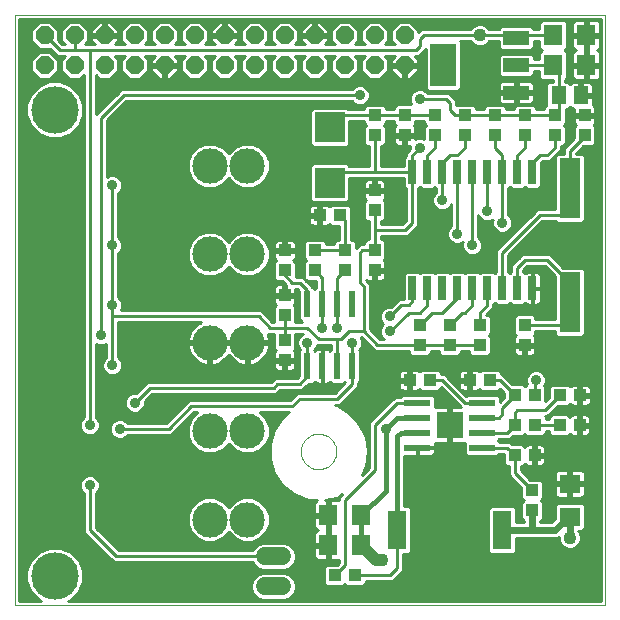
<source format=gtl>
G75*
G70*
%OFA0B0*%
%FSLAX24Y24*%
%IPPOS*%
%LPD*%
%AMOC8*
5,1,8,0,0,1.08239X$1,22.5*
%
%ADD10C,0.0000*%
%ADD11R,0.0260X0.0800*%
%ADD12R,0.0433X0.0394*%
%ADD13R,0.0394X0.0433*%
%ADD14R,0.0700X0.2000*%
%ADD15R,0.0240X0.0870*%
%ADD16C,0.1181*%
%ADD17C,0.1581*%
%ADD18R,0.1000X0.1000*%
%ADD19R,0.0630X0.0709*%
%ADD20R,0.0880X0.0480*%
%ADD21R,0.0866X0.1417*%
%ADD22R,0.0512X0.0591*%
%ADD23R,0.0870X0.0240*%
%ADD24R,0.0906X0.0906*%
%ADD25R,0.0630X0.1299*%
%ADD26R,0.0709X0.0630*%
%ADD27C,0.0594*%
%ADD28OC8,0.0600*%
%ADD29C,0.0100*%
%ADD30C,0.0357*%
%ADD31C,0.0160*%
%ADD32C,0.0436*%
%ADD33C,0.0400*%
%ADD34C,0.0240*%
D10*
X000655Y000655D02*
X000655Y020340D01*
X020340Y020340D01*
X020340Y000655D01*
X000655Y000655D01*
X010189Y005780D02*
X010191Y005828D01*
X010197Y005876D01*
X010207Y005923D01*
X010220Y005969D01*
X010238Y006014D01*
X010258Y006058D01*
X010283Y006100D01*
X010311Y006139D01*
X010341Y006176D01*
X010375Y006210D01*
X010412Y006242D01*
X010450Y006271D01*
X010491Y006296D01*
X010534Y006318D01*
X010579Y006336D01*
X010625Y006350D01*
X010672Y006361D01*
X010720Y006368D01*
X010768Y006371D01*
X010816Y006370D01*
X010864Y006365D01*
X010912Y006356D01*
X010958Y006344D01*
X011003Y006327D01*
X011047Y006307D01*
X011089Y006284D01*
X011129Y006257D01*
X011167Y006227D01*
X011202Y006194D01*
X011234Y006158D01*
X011264Y006120D01*
X011290Y006079D01*
X011312Y006036D01*
X011332Y005992D01*
X011347Y005947D01*
X011359Y005900D01*
X011367Y005852D01*
X011371Y005804D01*
X011371Y005756D01*
X011367Y005708D01*
X011359Y005660D01*
X011347Y005613D01*
X011332Y005568D01*
X011312Y005524D01*
X011290Y005481D01*
X011264Y005440D01*
X011234Y005402D01*
X011202Y005366D01*
X011167Y005333D01*
X011129Y005303D01*
X011089Y005276D01*
X011047Y005253D01*
X011003Y005233D01*
X010958Y005216D01*
X010912Y005204D01*
X010864Y005195D01*
X010816Y005190D01*
X010768Y005189D01*
X010720Y005192D01*
X010672Y005199D01*
X010625Y005210D01*
X010579Y005224D01*
X010534Y005242D01*
X010491Y005264D01*
X010450Y005289D01*
X010412Y005318D01*
X010375Y005350D01*
X010341Y005384D01*
X010311Y005421D01*
X010283Y005460D01*
X010258Y005502D01*
X010238Y005546D01*
X010220Y005591D01*
X010207Y005637D01*
X010197Y005684D01*
X010191Y005732D01*
X010189Y005780D01*
D11*
X013905Y011225D03*
X014405Y011225D03*
X014905Y011225D03*
X015405Y011225D03*
X015905Y011225D03*
X016405Y011225D03*
X016905Y011225D03*
X017405Y011225D03*
X017905Y011225D03*
X017905Y015085D03*
X017405Y015085D03*
X016905Y015085D03*
X016405Y015085D03*
X015905Y015085D03*
X015405Y015085D03*
X014905Y015085D03*
X014405Y015085D03*
X013905Y015085D03*
D12*
X014655Y016320D03*
X014655Y016990D03*
X015655Y016990D03*
X015655Y016320D03*
X016655Y016320D03*
X016655Y016990D03*
X017655Y016990D03*
X017655Y016320D03*
X018655Y016320D03*
X018655Y016990D03*
X012655Y016990D03*
X012655Y016320D03*
X011490Y013655D03*
X010820Y013655D03*
X010655Y012490D03*
X010655Y011820D03*
X009655Y011820D03*
X009655Y012490D03*
X011655Y012490D03*
X011655Y011820D03*
X014155Y009990D03*
X014155Y009320D03*
X015155Y009320D03*
X015155Y009990D03*
X016155Y009990D03*
X016155Y009320D03*
X015820Y008155D03*
X016490Y008155D03*
X017320Y006655D03*
X017990Y006655D03*
X018820Y007655D03*
X019490Y007655D03*
X017905Y004490D03*
X017905Y003820D03*
X014490Y008155D03*
X013820Y008155D03*
X011990Y001655D03*
X011320Y001655D03*
D13*
X017320Y005655D03*
X017990Y005655D03*
X018820Y006655D03*
X019490Y006655D03*
X017990Y007655D03*
X017320Y007655D03*
X017655Y009320D03*
X017655Y009990D03*
X012655Y011820D03*
X012655Y012490D03*
X012655Y013820D03*
X012655Y014490D03*
X013655Y016320D03*
X013655Y016990D03*
X009655Y010990D03*
X009655Y010320D03*
X009655Y009490D03*
X009655Y008820D03*
X019655Y016320D03*
X019655Y016990D03*
D14*
X019155Y014555D03*
X019155Y010755D03*
D15*
X011905Y010685D03*
X011405Y010685D03*
X010905Y010685D03*
X010405Y010685D03*
X010405Y008625D03*
X010905Y008625D03*
X011405Y008625D03*
X011905Y008625D03*
D16*
X008407Y009405D03*
X007155Y009405D03*
X007155Y006456D03*
X008407Y006456D03*
X008407Y003507D03*
X007155Y003507D03*
X007155Y012354D03*
X008407Y012354D03*
X008407Y015303D03*
X007155Y015303D03*
D17*
X001986Y017173D03*
X001986Y001637D03*
D18*
X011155Y014730D03*
X011155Y016580D03*
D19*
X018604Y018655D03*
X018604Y019655D03*
X019706Y019655D03*
X019706Y018655D03*
X012206Y003655D03*
X012206Y002655D03*
X011104Y002655D03*
X011104Y003655D03*
D20*
X017375Y017745D03*
X017375Y018655D03*
X017375Y019565D03*
D21*
X014935Y018655D03*
D22*
X018781Y017655D03*
X019529Y017655D03*
D23*
X016238Y007405D03*
X016238Y006905D03*
X016238Y006405D03*
X016238Y005905D03*
X014072Y005905D03*
X014072Y006405D03*
X014072Y006905D03*
X014072Y007405D03*
D24*
X015155Y006655D03*
D25*
X013403Y003155D03*
X016907Y003155D03*
D26*
X019155Y003604D03*
X019155Y004706D03*
D27*
X009577Y002280D02*
X008983Y002280D01*
X008983Y001280D02*
X009577Y001280D01*
D28*
X009655Y018655D03*
X008655Y018655D03*
X007655Y018655D03*
X006655Y018655D03*
X005655Y018655D03*
X004655Y018655D03*
X003655Y018655D03*
X002655Y018655D03*
X001655Y018655D03*
X001655Y019655D03*
X002655Y019655D03*
X003655Y019655D03*
X004655Y019655D03*
X005655Y019655D03*
X006655Y019655D03*
X007655Y019655D03*
X008655Y019655D03*
X009655Y019655D03*
X010655Y019655D03*
X010655Y018655D03*
X011655Y018655D03*
X012655Y018655D03*
X012655Y019655D03*
X011655Y019655D03*
X013655Y019655D03*
X013655Y018655D03*
D29*
X013605Y018689D02*
X013105Y018689D01*
X013105Y018787D02*
X013205Y018787D01*
X013205Y018841D02*
X013205Y018705D01*
X013605Y018705D01*
X013605Y018605D01*
X013705Y018605D01*
X013705Y018205D01*
X013841Y018205D01*
X014105Y018469D01*
X014105Y018605D01*
X013705Y018605D01*
X013705Y018705D01*
X014105Y018705D01*
X014105Y018841D01*
X013991Y018955D01*
X014113Y018955D01*
X014352Y019194D01*
X014352Y017884D01*
X014440Y017796D01*
X015430Y017796D01*
X015518Y017884D01*
X015518Y019426D01*
X015489Y019455D01*
X015840Y019455D01*
X015843Y019447D01*
X015947Y019343D01*
X016082Y019287D01*
X016228Y019287D01*
X016363Y019343D01*
X016467Y019447D01*
X016470Y019455D01*
X016785Y019455D01*
X016785Y019263D01*
X016873Y019175D01*
X017877Y019175D01*
X017965Y019263D01*
X017965Y019455D01*
X018139Y019455D01*
X018139Y019239D01*
X018223Y019155D01*
X018139Y019072D01*
X018139Y018855D01*
X017965Y018855D01*
X017965Y018957D01*
X017877Y019045D01*
X016873Y019045D01*
X016785Y018957D01*
X016785Y018353D01*
X016873Y018265D01*
X017877Y018265D01*
X017965Y018353D01*
X017965Y018455D01*
X018139Y018455D01*
X018139Y018239D01*
X018227Y018151D01*
X018581Y018151D01*
X018581Y018100D01*
X018463Y018100D01*
X018375Y018013D01*
X018375Y017335D01*
X018289Y017249D01*
X018289Y017190D01*
X018022Y017190D01*
X018022Y017249D01*
X017934Y017337D01*
X017376Y017337D01*
X017289Y017249D01*
X017289Y017190D01*
X017022Y017190D01*
X017022Y017249D01*
X016934Y017337D01*
X016376Y017337D01*
X016289Y017249D01*
X016289Y017190D01*
X016022Y017190D01*
X016022Y017249D01*
X015934Y017337D01*
X015376Y017337D01*
X015355Y017315D01*
X015355Y017322D01*
X015355Y017488D01*
X015230Y017613D01*
X015113Y017730D01*
X014420Y017730D01*
X014341Y017809D01*
X014220Y017859D01*
X014090Y017859D01*
X013969Y017809D01*
X013877Y017716D01*
X013827Y017595D01*
X013827Y017465D01*
X013872Y017356D01*
X013396Y017356D01*
X013308Y017268D01*
X013308Y017190D01*
X013022Y017190D01*
X013022Y017249D01*
X012934Y017337D01*
X012376Y017337D01*
X012289Y017249D01*
X012289Y017190D01*
X011758Y017190D01*
X011717Y017230D01*
X010593Y017230D01*
X010505Y017142D01*
X010505Y016018D01*
X010593Y015930D01*
X011717Y015930D01*
X011805Y016018D01*
X011805Y016790D01*
X012289Y016790D01*
X012289Y016731D01*
X012364Y016655D01*
X012289Y016579D01*
X012289Y016061D01*
X012376Y015974D01*
X012455Y015974D01*
X012455Y015285D01*
X011805Y015285D01*
X011805Y015292D01*
X011717Y015380D01*
X010593Y015380D01*
X010505Y015292D01*
X010505Y014168D01*
X010593Y014080D01*
X011717Y014080D01*
X011805Y014168D01*
X011805Y014885D01*
X012738Y014885D01*
X013625Y014885D01*
X013625Y014623D01*
X013705Y014543D01*
X013705Y013488D01*
X013572Y013355D01*
X012855Y013355D01*
X012855Y013454D01*
X012914Y013454D01*
X013002Y013542D01*
X013002Y014099D01*
X012946Y014155D01*
X012972Y014181D01*
X012992Y014215D01*
X013002Y014253D01*
X013002Y014441D01*
X012704Y014441D01*
X012704Y014538D01*
X013002Y014538D01*
X013002Y014726D01*
X012992Y014764D01*
X012972Y014798D01*
X012944Y014826D01*
X012910Y014846D01*
X012872Y014856D01*
X012704Y014856D01*
X012704Y014538D01*
X012607Y014538D01*
X012607Y014856D01*
X012439Y014856D01*
X012400Y014846D01*
X012366Y014826D01*
X012338Y014798D01*
X012319Y014764D01*
X012308Y014726D01*
X012308Y014538D01*
X012606Y014538D01*
X012606Y014441D01*
X012308Y014441D01*
X012308Y014253D01*
X012319Y014215D01*
X012338Y014181D01*
X012364Y014155D01*
X012308Y014099D01*
X012308Y013542D01*
X012396Y013454D01*
X012455Y013454D01*
X012455Y013238D01*
X012455Y013072D01*
X012455Y012856D01*
X012396Y012856D01*
X012308Y012768D01*
X012308Y012690D01*
X012157Y012690D01*
X012072Y012605D01*
X012022Y012554D01*
X012022Y012749D01*
X011934Y012837D01*
X011855Y012837D01*
X011855Y013395D01*
X011856Y013396D01*
X011856Y013914D01*
X011768Y014002D01*
X011211Y014002D01*
X011155Y013946D01*
X011129Y013972D01*
X011095Y013992D01*
X011057Y014002D01*
X010869Y014002D01*
X010869Y013704D01*
X010772Y013704D01*
X010772Y014002D01*
X010584Y014002D01*
X010546Y013992D01*
X010512Y013972D01*
X010484Y013944D01*
X010464Y013910D01*
X010454Y013872D01*
X010454Y013704D01*
X010772Y013704D01*
X010772Y013607D01*
X010454Y013607D01*
X010454Y013439D01*
X010464Y013400D01*
X010484Y013366D01*
X010512Y013338D01*
X010546Y013319D01*
X010584Y013308D01*
X010772Y013308D01*
X010772Y013606D01*
X010869Y013606D01*
X010869Y013308D01*
X011057Y013308D01*
X011095Y013319D01*
X011129Y013338D01*
X011155Y013364D01*
X011211Y013308D01*
X011455Y013308D01*
X011455Y012837D01*
X011376Y012837D01*
X011289Y012749D01*
X011289Y012690D01*
X011022Y012690D01*
X011022Y012749D01*
X010934Y012837D01*
X010376Y012837D01*
X010289Y012749D01*
X010289Y012231D01*
X010364Y012155D01*
X010289Y012079D01*
X010289Y011561D01*
X010376Y011474D01*
X010705Y011474D01*
X010705Y011252D01*
X010655Y011202D01*
X010587Y011270D01*
X010573Y011270D01*
X010355Y011488D01*
X010238Y011605D01*
X010022Y011605D01*
X010022Y012079D01*
X009941Y012160D01*
X009964Y012173D01*
X009992Y012201D01*
X010011Y012235D01*
X010022Y012273D01*
X010022Y012441D01*
X009704Y012441D01*
X009704Y012538D01*
X010022Y012538D01*
X010022Y012706D01*
X010011Y012744D01*
X009992Y012779D01*
X009964Y012807D01*
X009930Y012826D01*
X009891Y012837D01*
X009704Y012837D01*
X009704Y012538D01*
X009607Y012538D01*
X009607Y012837D01*
X009419Y012837D01*
X009381Y012826D01*
X009346Y012807D01*
X009319Y012779D01*
X009299Y012744D01*
X009289Y012706D01*
X009289Y012538D01*
X009606Y012538D01*
X009606Y012441D01*
X009289Y012441D01*
X009289Y012273D01*
X009299Y012235D01*
X009319Y012201D01*
X009346Y012173D01*
X009369Y012160D01*
X009289Y012079D01*
X009289Y011561D01*
X009376Y011474D01*
X009554Y011474D01*
X009572Y011455D01*
X009704Y011324D01*
X009704Y011038D01*
X010002Y011038D01*
X010002Y011205D01*
X010072Y011205D01*
X010135Y011142D01*
X010135Y010188D01*
X010218Y010105D01*
X010002Y010105D01*
X010002Y010599D01*
X009946Y010655D01*
X009972Y010681D01*
X009992Y010715D01*
X010002Y010753D01*
X010002Y010941D01*
X009704Y010941D01*
X009704Y011038D01*
X009607Y011038D01*
X009607Y011356D01*
X009439Y011356D01*
X009400Y011346D01*
X009366Y011326D01*
X009338Y011298D01*
X004105Y011298D01*
X004105Y011396D02*
X009631Y011396D01*
X009607Y011298D02*
X009704Y011298D01*
X009704Y011199D02*
X009607Y011199D01*
X009607Y011101D02*
X009704Y011101D01*
X009704Y011002D02*
X010135Y011002D01*
X010135Y010904D02*
X010002Y010904D01*
X010002Y010805D02*
X010135Y010805D01*
X010135Y010707D02*
X009987Y010707D01*
X009993Y010608D02*
X010135Y010608D01*
X010135Y010509D02*
X010002Y010509D01*
X010002Y010411D02*
X010135Y010411D01*
X010135Y010312D02*
X010002Y010312D01*
X010002Y010214D02*
X010135Y010214D01*
X010208Y010115D02*
X010002Y010115D01*
X009655Y009905D02*
X010405Y009905D01*
X010780Y009530D01*
X011405Y009530D01*
X011530Y009530D01*
X011780Y009780D01*
X012280Y009780D01*
X012280Y011280D01*
X012155Y011405D01*
X012155Y012405D01*
X012240Y012490D01*
X012655Y012490D01*
X012655Y013155D01*
X013655Y013155D01*
X013905Y013405D01*
X013905Y015085D01*
X013905Y015655D01*
X014155Y015905D01*
X014405Y015655D02*
X014405Y015085D01*
X014905Y015085D02*
X014905Y014155D01*
X014577Y014156D02*
X014105Y014156D01*
X014105Y014254D02*
X014591Y014254D01*
X014577Y014220D02*
X014577Y014090D01*
X014627Y013969D01*
X014719Y013877D01*
X014840Y013827D01*
X014970Y013827D01*
X015091Y013877D01*
X015184Y013969D01*
X015205Y014021D01*
X015205Y013295D01*
X015127Y013216D01*
X015077Y013095D01*
X015077Y012965D01*
X015127Y012844D01*
X015219Y012752D01*
X015340Y012702D01*
X015470Y012702D01*
X015589Y012751D01*
X015577Y012720D01*
X015577Y012590D01*
X015627Y012469D01*
X015719Y012377D01*
X015840Y012327D01*
X015970Y012327D01*
X016091Y012377D01*
X016184Y012469D01*
X016234Y012590D01*
X016234Y012720D01*
X016184Y012841D01*
X016105Y012920D01*
X016105Y013646D01*
X016127Y013594D01*
X016219Y013502D01*
X016340Y013452D01*
X016470Y013452D01*
X016589Y013501D01*
X016577Y013470D01*
X016577Y013340D01*
X016627Y013219D01*
X016719Y013127D01*
X016840Y013077D01*
X016970Y013077D01*
X017091Y013127D01*
X017184Y013219D01*
X017234Y013340D01*
X017234Y013470D01*
X017184Y013591D01*
X017105Y013670D01*
X017105Y014543D01*
X017155Y014593D01*
X017213Y014535D01*
X017597Y014535D01*
X017655Y014593D01*
X017713Y014535D01*
X018097Y014535D01*
X018185Y014623D01*
X018185Y015402D01*
X018238Y015455D01*
X018488Y015455D01*
X018605Y015572D01*
X018855Y015822D01*
X018855Y015974D01*
X018934Y015974D01*
X019022Y016061D01*
X019022Y016579D01*
X018946Y016655D01*
X019022Y016731D01*
X019022Y017210D01*
X019099Y017210D01*
X019155Y017266D01*
X019181Y017240D01*
X019215Y017220D01*
X019253Y017210D01*
X019308Y017210D01*
X019308Y017038D01*
X019606Y017038D01*
X019606Y016941D01*
X019308Y016941D01*
X019308Y016753D01*
X019319Y016715D01*
X019338Y016681D01*
X019364Y016655D01*
X019308Y016599D01*
X019308Y016216D01*
X019072Y015980D01*
X018955Y015863D01*
X018955Y015705D01*
X018743Y015705D01*
X018655Y015617D01*
X018655Y013855D01*
X018072Y013855D01*
X017955Y013738D01*
X016705Y012488D01*
X016705Y012322D01*
X016705Y011767D01*
X016655Y011717D01*
X016597Y011775D01*
X016213Y011775D01*
X016155Y011717D01*
X016097Y011775D01*
X015713Y011775D01*
X015655Y011717D01*
X015597Y011775D01*
X015213Y011775D01*
X015155Y011717D01*
X015097Y011775D01*
X014713Y011775D01*
X014655Y011717D01*
X014597Y011775D01*
X014213Y011775D01*
X014155Y011717D01*
X014097Y011775D01*
X013713Y011775D01*
X013625Y011687D01*
X013625Y010855D01*
X013613Y010855D01*
X013447Y010855D01*
X013201Y010609D01*
X013090Y010609D01*
X012969Y010559D01*
X012877Y010466D01*
X012827Y010345D01*
X012827Y010215D01*
X012877Y010094D01*
X012941Y010030D01*
X012877Y009966D01*
X012827Y009845D01*
X012827Y009715D01*
X012877Y009594D01*
X012950Y009520D01*
X012823Y009520D01*
X012480Y009863D01*
X012480Y011363D01*
X012363Y011480D01*
X012355Y011488D01*
X012355Y011495D01*
X012366Y011484D01*
X012400Y011464D01*
X012439Y011454D01*
X012607Y011454D01*
X012607Y011772D01*
X012704Y011772D01*
X012704Y011869D01*
X013002Y011869D01*
X013002Y012057D01*
X012992Y012095D01*
X012972Y012129D01*
X012946Y012155D01*
X013002Y012211D01*
X013002Y012768D01*
X012914Y012856D01*
X012855Y012856D01*
X012855Y012955D01*
X013738Y012955D01*
X013855Y013072D01*
X014105Y013322D01*
X014105Y013488D01*
X014105Y014543D01*
X014155Y014593D01*
X014213Y014535D01*
X014597Y014535D01*
X014655Y014593D01*
X014705Y014543D01*
X014705Y014420D01*
X014627Y014341D01*
X014577Y014220D01*
X014638Y014353D02*
X014105Y014353D01*
X014105Y014451D02*
X014705Y014451D01*
X014698Y014550D02*
X014612Y014550D01*
X014198Y014550D02*
X014112Y014550D01*
X013698Y014550D02*
X013002Y014550D01*
X013002Y014648D02*
X013625Y014648D01*
X013625Y014747D02*
X012996Y014747D01*
X012911Y014845D02*
X013625Y014845D01*
X013905Y015085D02*
X012655Y015085D01*
X011155Y015085D01*
X011155Y014730D01*
X010505Y014747D02*
X008898Y014747D01*
X008827Y014675D02*
X009035Y014883D01*
X009148Y015155D01*
X009148Y015450D01*
X009035Y015722D01*
X008827Y015931D01*
X008554Y016043D01*
X008260Y016043D01*
X007988Y015931D01*
X007781Y015724D01*
X007575Y015931D01*
X007302Y016043D01*
X007008Y016043D01*
X006736Y015931D01*
X006527Y015722D01*
X006415Y015450D01*
X006415Y015155D01*
X006527Y014883D01*
X006736Y014675D01*
X007008Y014562D01*
X007302Y014562D01*
X007575Y014675D01*
X007781Y014881D01*
X007988Y014675D01*
X008260Y014562D01*
X008554Y014562D01*
X008827Y014675D01*
X008762Y014648D02*
X010505Y014648D01*
X010505Y014550D02*
X004217Y014550D01*
X004234Y014590D02*
X004184Y014469D01*
X004105Y014391D01*
X004105Y012920D01*
X004184Y012841D01*
X004234Y012720D01*
X004234Y012590D01*
X004184Y012469D01*
X004105Y012391D01*
X004105Y010920D01*
X004184Y010841D01*
X004234Y010720D01*
X004234Y010590D01*
X004188Y010480D01*
X008863Y010480D01*
X008980Y010363D01*
X009238Y010105D01*
X009308Y010105D01*
X009308Y010599D01*
X009364Y010655D01*
X009338Y010681D01*
X009319Y010715D01*
X009308Y010753D01*
X009308Y010941D01*
X009606Y010941D01*
X009606Y011038D01*
X009308Y011038D01*
X009308Y011226D01*
X009319Y011264D01*
X009338Y011298D01*
X009308Y011199D02*
X004105Y011199D01*
X004105Y011101D02*
X009308Y011101D01*
X009308Y010904D02*
X004121Y010904D01*
X004105Y011002D02*
X009606Y011002D01*
X009308Y010805D02*
X004198Y010805D01*
X004234Y010707D02*
X009324Y010707D01*
X009317Y010608D02*
X004234Y010608D01*
X004200Y010509D02*
X009308Y010509D01*
X009308Y010411D02*
X008932Y010411D01*
X009031Y010312D02*
X009308Y010312D01*
X009308Y010214D02*
X009129Y010214D01*
X009228Y010115D02*
X009308Y010115D01*
X009155Y009905D02*
X008780Y010280D01*
X003905Y010280D01*
X003905Y010655D01*
X003905Y014655D01*
X003905Y012655D01*
X004150Y012874D02*
X006628Y012874D01*
X006530Y012776D02*
X004211Y012776D01*
X004234Y012677D02*
X006488Y012677D01*
X006527Y012773D02*
X006415Y012501D01*
X006415Y012207D01*
X006527Y011934D01*
X006736Y011726D01*
X007008Y011613D01*
X007302Y011613D01*
X007575Y011726D01*
X007781Y011933D01*
X007988Y011726D01*
X008260Y011613D01*
X008554Y011613D01*
X008827Y011726D01*
X009035Y011934D01*
X009148Y012207D01*
X009148Y012501D01*
X009035Y012773D01*
X008827Y012982D01*
X008554Y013094D01*
X008260Y013094D01*
X007988Y012982D01*
X007781Y012775D01*
X007575Y012982D01*
X007302Y013094D01*
X007008Y013094D01*
X006736Y012982D01*
X006527Y012773D01*
X006447Y012579D02*
X004229Y012579D01*
X004188Y012480D02*
X006415Y012480D01*
X006415Y012382D02*
X004105Y012382D01*
X004105Y012283D02*
X006415Y012283D01*
X006424Y012185D02*
X004105Y012185D01*
X004105Y012086D02*
X006464Y012086D01*
X006505Y011988D02*
X004105Y011988D01*
X004105Y011889D02*
X006573Y011889D01*
X006671Y011791D02*
X004105Y011791D01*
X004105Y011692D02*
X006818Y011692D01*
X007492Y011692D02*
X008070Y011692D01*
X007923Y011791D02*
X007639Y011791D01*
X007737Y011889D02*
X007825Y011889D01*
X007780Y012776D02*
X007782Y012776D01*
X007880Y012874D02*
X007682Y012874D01*
X007583Y012973D02*
X007979Y012973D01*
X008205Y013072D02*
X007358Y013072D01*
X006953Y013072D02*
X004105Y013072D01*
X004105Y013170D02*
X011455Y013170D01*
X011455Y013072D02*
X008610Y013072D01*
X008835Y012973D02*
X011455Y012973D01*
X011455Y012874D02*
X008934Y012874D01*
X009032Y012776D02*
X009317Y012776D01*
X009289Y012677D02*
X009075Y012677D01*
X009115Y012579D02*
X009289Y012579D01*
X009148Y012480D02*
X009606Y012480D01*
X009704Y012480D02*
X010289Y012480D01*
X010289Y012382D02*
X010022Y012382D01*
X010022Y012283D02*
X010289Y012283D01*
X010335Y012185D02*
X009976Y012185D01*
X010015Y012086D02*
X010295Y012086D01*
X010289Y011988D02*
X010022Y011988D01*
X010022Y011889D02*
X010289Y011889D01*
X010289Y011791D02*
X010022Y011791D01*
X010022Y011692D02*
X010289Y011692D01*
X010289Y011593D02*
X010250Y011593D01*
X010348Y011495D02*
X010355Y011495D01*
X010447Y011396D02*
X010705Y011396D01*
X010705Y011298D02*
X010545Y011298D01*
X010405Y011155D02*
X010155Y011405D01*
X009905Y011405D01*
X009655Y011655D01*
X009655Y011820D01*
X009289Y011791D02*
X008891Y011791D01*
X008989Y011889D02*
X009289Y011889D01*
X009289Y011988D02*
X009057Y011988D01*
X009098Y012086D02*
X009295Y012086D01*
X009335Y012185D02*
X009139Y012185D01*
X009148Y012283D02*
X009289Y012283D01*
X009289Y012382D02*
X009148Y012382D01*
X009607Y012579D02*
X009704Y012579D01*
X009704Y012677D02*
X009607Y012677D01*
X009607Y012776D02*
X009704Y012776D01*
X009993Y012776D02*
X010316Y012776D01*
X010289Y012677D02*
X010022Y012677D01*
X010022Y012579D02*
X010289Y012579D01*
X010655Y012490D02*
X011655Y012490D01*
X011655Y013490D01*
X011490Y013655D01*
X011856Y013663D02*
X012308Y013663D01*
X012308Y013761D02*
X011856Y013761D01*
X011856Y013860D02*
X012308Y013860D01*
X012308Y013958D02*
X011812Y013958D01*
X011793Y014156D02*
X012364Y014156D01*
X012308Y014254D02*
X011805Y014254D01*
X011805Y014353D02*
X012308Y014353D01*
X012308Y014550D02*
X011805Y014550D01*
X011805Y014648D02*
X012308Y014648D01*
X012314Y014747D02*
X011805Y014747D01*
X011805Y014845D02*
X012399Y014845D01*
X012607Y014845D02*
X012704Y014845D01*
X012704Y014747D02*
X012607Y014747D01*
X012607Y014648D02*
X012704Y014648D01*
X012704Y014550D02*
X012607Y014550D01*
X012606Y014451D02*
X011805Y014451D01*
X012308Y014057D02*
X004105Y014057D01*
X004105Y013958D02*
X010498Y013958D01*
X010454Y013860D02*
X004105Y013860D01*
X004105Y013761D02*
X010454Y013761D01*
X010454Y013564D02*
X004105Y013564D01*
X004105Y013466D02*
X010454Y013466D01*
X010483Y013367D02*
X004105Y013367D01*
X004105Y013269D02*
X011455Y013269D01*
X011855Y013269D02*
X012455Y013269D01*
X012455Y013367D02*
X011855Y013367D01*
X011856Y013466D02*
X012384Y013466D01*
X012308Y013564D02*
X011856Y013564D01*
X011855Y013170D02*
X012455Y013170D01*
X012455Y013072D02*
X011855Y013072D01*
X011855Y012973D02*
X012455Y012973D01*
X012455Y012874D02*
X011855Y012874D01*
X011994Y012776D02*
X012316Y012776D01*
X012145Y012677D02*
X012022Y012677D01*
X012022Y012579D02*
X012046Y012579D01*
X011316Y012776D02*
X010994Y012776D01*
X010869Y013367D02*
X010772Y013367D01*
X010772Y013466D02*
X010869Y013466D01*
X010869Y013564D02*
X010772Y013564D01*
X010772Y013663D02*
X004105Y013663D01*
X004105Y014156D02*
X010518Y014156D01*
X010505Y014254D02*
X004105Y014254D01*
X004105Y014353D02*
X010505Y014353D01*
X010505Y014451D02*
X004166Y014451D01*
X004234Y014590D02*
X004234Y014720D01*
X004184Y014841D01*
X004091Y014934D01*
X003970Y014984D01*
X003840Y014984D01*
X003730Y014938D01*
X003730Y016822D01*
X004363Y017455D01*
X011891Y017455D01*
X011969Y017377D01*
X012090Y017327D01*
X012220Y017327D01*
X012341Y017377D01*
X012434Y017469D01*
X012484Y017590D01*
X012484Y017720D01*
X012434Y017841D01*
X012341Y017934D01*
X012220Y017984D01*
X012090Y017984D01*
X011969Y017934D01*
X011891Y017855D01*
X004197Y017855D01*
X004080Y017738D01*
X003355Y017013D01*
X003355Y018319D01*
X003469Y018205D01*
X003841Y018205D01*
X004105Y018469D01*
X004105Y018841D01*
X003991Y018955D01*
X004319Y018955D01*
X004205Y018841D01*
X004205Y018469D01*
X004469Y018205D01*
X004841Y018205D01*
X005105Y018469D01*
X005105Y018841D01*
X004991Y018955D01*
X005319Y018955D01*
X005205Y018841D01*
X005205Y018705D01*
X005605Y018705D01*
X005605Y018605D01*
X005705Y018605D01*
X005705Y018205D01*
X005841Y018205D01*
X006105Y018469D01*
X006105Y018605D01*
X005705Y018605D01*
X005705Y018705D01*
X006105Y018705D01*
X006105Y018841D01*
X005991Y018955D01*
X006319Y018955D01*
X006205Y018841D01*
X006205Y018469D01*
X006469Y018205D01*
X006841Y018205D01*
X007105Y018469D01*
X007105Y018841D01*
X006991Y018955D01*
X007319Y018955D01*
X007205Y018841D01*
X007205Y018469D01*
X007469Y018205D01*
X007841Y018205D01*
X008105Y018469D01*
X008105Y018841D01*
X007991Y018955D01*
X008319Y018955D01*
X008205Y018841D01*
X008205Y018469D01*
X008469Y018205D01*
X008841Y018205D01*
X009105Y018469D01*
X009105Y018841D01*
X008991Y018955D01*
X009319Y018955D01*
X009205Y018841D01*
X009205Y018469D01*
X009469Y018205D01*
X009841Y018205D01*
X010105Y018469D01*
X010105Y018841D01*
X009991Y018955D01*
X010319Y018955D01*
X010205Y018841D01*
X010205Y018469D01*
X010469Y018205D01*
X010841Y018205D01*
X011105Y018469D01*
X011105Y018841D01*
X010991Y018955D01*
X011319Y018955D01*
X011205Y018841D01*
X011205Y018469D01*
X011469Y018205D01*
X011841Y018205D01*
X012105Y018469D01*
X012105Y018841D01*
X011991Y018955D01*
X012319Y018955D01*
X012205Y018841D01*
X012205Y018469D01*
X012469Y018205D01*
X012841Y018205D01*
X013105Y018469D01*
X013105Y018841D01*
X012991Y018955D01*
X013319Y018955D01*
X013205Y018841D01*
X013249Y018886D02*
X013061Y018886D01*
X013105Y018590D02*
X013205Y018590D01*
X013205Y018605D02*
X013205Y018469D01*
X013469Y018205D01*
X013605Y018205D01*
X013605Y018605D01*
X013205Y018605D01*
X013205Y018491D02*
X013105Y018491D01*
X013029Y018393D02*
X013281Y018393D01*
X013379Y018294D02*
X012931Y018294D01*
X012379Y018294D02*
X011931Y018294D01*
X012029Y018393D02*
X012281Y018393D01*
X012205Y018491D02*
X012105Y018491D01*
X012105Y018590D02*
X012205Y018590D01*
X012205Y018689D02*
X012105Y018689D01*
X012105Y018787D02*
X012205Y018787D01*
X012249Y018886D02*
X012061Y018886D01*
X011991Y019355D02*
X012105Y019469D01*
X012105Y019841D01*
X011841Y020105D01*
X011469Y020105D01*
X011205Y019841D01*
X011205Y019469D01*
X011319Y019355D01*
X010991Y019355D01*
X011105Y019469D01*
X011105Y019605D01*
X010705Y019605D01*
X010705Y019705D01*
X010605Y019705D01*
X010605Y019605D01*
X010205Y019605D01*
X010205Y019469D01*
X010319Y019355D01*
X009991Y019355D01*
X010105Y019469D01*
X010105Y019841D01*
X009841Y020105D01*
X009469Y020105D01*
X009205Y019841D01*
X009205Y019469D01*
X009319Y019355D01*
X008991Y019355D01*
X009105Y019469D01*
X009105Y019841D01*
X008841Y020105D01*
X008469Y020105D01*
X008205Y019841D01*
X008205Y019469D01*
X008319Y019355D01*
X007991Y019355D01*
X008105Y019469D01*
X008105Y019605D01*
X007705Y019605D01*
X007705Y019705D01*
X007605Y019705D01*
X007605Y019605D01*
X007205Y019605D01*
X007205Y019469D01*
X007319Y019355D01*
X006991Y019355D01*
X007105Y019469D01*
X007105Y019841D01*
X006841Y020105D01*
X006469Y020105D01*
X006205Y019841D01*
X006205Y019469D01*
X006319Y019355D01*
X005991Y019355D01*
X006105Y019469D01*
X006105Y019841D01*
X005841Y020105D01*
X005469Y020105D01*
X005205Y019841D01*
X005205Y019469D01*
X005319Y019355D01*
X004991Y019355D01*
X005105Y019469D01*
X005105Y019841D01*
X004841Y020105D01*
X004469Y020105D01*
X004205Y019841D01*
X004205Y019469D01*
X004319Y019355D01*
X003991Y019355D01*
X004105Y019469D01*
X004105Y019605D01*
X003705Y019605D01*
X003705Y019705D01*
X003605Y019705D01*
X003605Y019605D01*
X003205Y019605D01*
X003205Y019469D01*
X003319Y019355D01*
X003238Y019355D01*
X003072Y019355D01*
X002991Y019355D01*
X003105Y019469D01*
X003105Y019841D01*
X002841Y020105D01*
X002469Y020105D01*
X002205Y019841D01*
X002205Y019469D01*
X002319Y019355D01*
X002238Y019355D01*
X002105Y019488D01*
X002105Y019841D01*
X001841Y020105D01*
X001469Y020105D01*
X001205Y019841D01*
X001205Y019469D01*
X001469Y019205D01*
X001822Y019205D01*
X001955Y019072D01*
X002072Y018955D01*
X002319Y018955D01*
X002205Y018841D01*
X002205Y018469D01*
X002469Y018205D01*
X002841Y018205D01*
X002955Y018319D01*
X002955Y006920D01*
X002877Y006841D01*
X002827Y006720D01*
X002827Y006590D01*
X002877Y006469D01*
X002969Y006377D01*
X003090Y006327D01*
X003220Y006327D01*
X003341Y006377D01*
X003434Y006469D01*
X003827Y006469D01*
X003827Y006465D02*
X003877Y006344D01*
X003969Y006252D01*
X004090Y006202D01*
X004220Y006202D01*
X004341Y006252D01*
X004420Y006330D01*
X005697Y006330D01*
X005863Y006330D01*
X006613Y007080D01*
X006732Y007080D01*
X006527Y006876D01*
X006415Y006604D01*
X006415Y006309D01*
X006527Y006037D01*
X006736Y005828D01*
X007008Y005716D01*
X007302Y005716D01*
X007575Y005828D01*
X007781Y006035D01*
X007988Y005828D01*
X008260Y005716D01*
X008554Y005716D01*
X008827Y005828D01*
X009035Y006037D01*
X009148Y006309D01*
X009148Y006604D01*
X009035Y006876D01*
X008830Y007080D01*
X009794Y007080D01*
X009571Y006902D01*
X009294Y006496D01*
X009149Y006026D01*
X009149Y005534D01*
X009294Y005064D01*
X009571Y004658D01*
X009955Y004351D01*
X010413Y004171D01*
X010729Y004148D01*
X010697Y004129D01*
X010669Y004102D01*
X010649Y004067D01*
X010639Y004029D01*
X010639Y003705D01*
X011054Y003705D01*
X011054Y003605D01*
X011154Y003605D01*
X011154Y003159D01*
X011154Y002705D01*
X011054Y002705D01*
X011054Y002605D01*
X011154Y002605D01*
X011154Y002151D01*
X011439Y002151D01*
X011455Y002155D01*
X011455Y002073D01*
X011384Y002002D01*
X011042Y002002D01*
X010954Y001914D01*
X010954Y001396D01*
X011042Y001308D01*
X011599Y001308D01*
X011655Y001364D01*
X011711Y001308D01*
X012268Y001308D01*
X012356Y001396D01*
X012356Y001455D01*
X013072Y001455D01*
X013238Y001455D01*
X013488Y001705D01*
X013605Y001822D01*
X013605Y002356D01*
X013780Y002356D01*
X013868Y002443D01*
X013868Y003867D01*
X013780Y003955D01*
X013635Y003955D01*
X013635Y005635D01*
X014062Y005635D01*
X014062Y005895D01*
X014082Y005895D01*
X014082Y005635D01*
X014527Y005635D01*
X014565Y005645D01*
X014600Y005665D01*
X014627Y005693D01*
X014647Y005727D01*
X014657Y005765D01*
X014657Y005895D01*
X014083Y005895D01*
X014083Y005915D01*
X014657Y005915D01*
X014657Y006045D01*
X014653Y006060D01*
X014683Y006052D01*
X015105Y006052D01*
X015105Y006605D01*
X015205Y006605D01*
X015205Y006052D01*
X015628Y006052D01*
X015653Y006059D01*
X015653Y005723D01*
X015741Y005635D01*
X016735Y005635D01*
X016805Y005705D01*
X016974Y005705D01*
X016974Y005376D01*
X017061Y005289D01*
X017120Y005289D01*
X017120Y005157D01*
X017120Y004992D01*
X017539Y004573D01*
X017539Y004231D01*
X017614Y004155D01*
X017539Y004079D01*
X017539Y003561D01*
X017626Y003474D01*
X017635Y003474D01*
X017635Y003425D01*
X017372Y003425D01*
X017372Y003867D01*
X017284Y003955D01*
X016530Y003955D01*
X016442Y003867D01*
X016442Y002443D01*
X016530Y002356D01*
X017284Y002356D01*
X017372Y002443D01*
X017372Y002885D01*
X017959Y002885D01*
X018601Y002885D01*
X018709Y002885D01*
X018787Y002918D01*
X018787Y002832D01*
X018843Y002697D01*
X018947Y002593D01*
X019082Y002537D01*
X019228Y002537D01*
X019363Y002593D01*
X019467Y002697D01*
X019523Y002832D01*
X019523Y002978D01*
X019467Y003113D01*
X019441Y003139D01*
X019572Y003139D01*
X019659Y003227D01*
X019659Y003981D01*
X019572Y004069D01*
X018739Y004069D01*
X018651Y003981D01*
X018651Y003533D01*
X018543Y003425D01*
X018175Y003425D01*
X018175Y003474D01*
X018184Y003474D01*
X018272Y003561D01*
X018272Y004079D01*
X018196Y004155D01*
X018272Y004231D01*
X018272Y004749D01*
X018184Y004837D01*
X017841Y004837D01*
X017520Y005157D01*
X017520Y005289D01*
X017579Y005289D01*
X017660Y005369D01*
X017673Y005346D01*
X017701Y005319D01*
X017735Y005299D01*
X017773Y005289D01*
X017941Y005289D01*
X017941Y005606D01*
X018038Y005606D01*
X018038Y005289D01*
X018206Y005289D01*
X018244Y005299D01*
X018279Y005319D01*
X018307Y005346D01*
X018326Y005381D01*
X018337Y005419D01*
X018337Y005607D01*
X018038Y005607D01*
X018038Y005704D01*
X017941Y005704D01*
X017941Y006022D01*
X017773Y006022D01*
X017735Y006011D01*
X017701Y005992D01*
X017673Y005964D01*
X017660Y005941D01*
X017579Y006022D01*
X017237Y006022D01*
X017153Y006105D01*
X016988Y006105D01*
X016805Y006105D01*
X016755Y006155D01*
X016805Y006205D01*
X017153Y006205D01*
X017256Y006308D01*
X017599Y006308D01*
X017655Y006364D01*
X017711Y006308D01*
X018268Y006308D01*
X018356Y006396D01*
X018356Y006455D01*
X018474Y006455D01*
X018474Y006376D01*
X018561Y006289D01*
X019079Y006289D01*
X019160Y006369D01*
X019173Y006346D01*
X019201Y006319D01*
X019235Y006299D01*
X019273Y006289D01*
X019441Y006289D01*
X019441Y006606D01*
X019538Y006606D01*
X019538Y006289D01*
X019706Y006289D01*
X019744Y006299D01*
X019779Y006319D01*
X019807Y006346D01*
X019826Y006381D01*
X019837Y006419D01*
X019837Y006607D01*
X019538Y006607D01*
X019538Y006704D01*
X019441Y006704D01*
X019441Y007022D01*
X019273Y007022D01*
X019235Y007011D01*
X019201Y006992D01*
X019173Y006964D01*
X019160Y006941D01*
X019079Y007022D01*
X018561Y007022D01*
X018474Y006934D01*
X018474Y006855D01*
X018356Y006855D01*
X018356Y006914D01*
X018315Y006955D01*
X018403Y006955D01*
X018756Y007308D01*
X019099Y007308D01*
X019155Y007364D01*
X019181Y007338D01*
X019215Y007319D01*
X019253Y007308D01*
X019441Y007308D01*
X019441Y007606D01*
X019538Y007606D01*
X019538Y007308D01*
X019726Y007308D01*
X019764Y007319D01*
X019798Y007338D01*
X019826Y007366D01*
X019846Y007400D01*
X019856Y007439D01*
X019856Y007607D01*
X019538Y007607D01*
X019538Y007704D01*
X019441Y007704D01*
X019441Y008002D01*
X019253Y008002D01*
X019215Y007992D01*
X019181Y007972D01*
X019155Y007946D01*
X019099Y008002D01*
X018542Y008002D01*
X018454Y007914D01*
X018454Y007571D01*
X018337Y007454D01*
X018337Y007934D01*
X018305Y007965D01*
X018309Y007969D01*
X018359Y008090D01*
X018359Y008220D01*
X018309Y008341D01*
X018216Y008434D01*
X018095Y008484D01*
X017965Y008484D01*
X017844Y008434D01*
X017752Y008341D01*
X017702Y008220D01*
X017702Y008090D01*
X017730Y008021D01*
X017655Y007946D01*
X017579Y008022D01*
X017237Y008022D01*
X016903Y008355D01*
X016856Y008355D01*
X016856Y008414D01*
X016768Y008502D01*
X016211Y008502D01*
X016155Y008446D01*
X016129Y008472D01*
X016095Y008492D01*
X016057Y008502D01*
X015869Y008502D01*
X015869Y008204D01*
X015772Y008204D01*
X015772Y008502D01*
X015584Y008502D01*
X015546Y008492D01*
X015512Y008472D01*
X015484Y008444D01*
X015464Y008410D01*
X015454Y008372D01*
X015454Y008204D01*
X015772Y008204D01*
X015772Y008107D01*
X015454Y008107D01*
X015454Y007939D01*
X015464Y007900D01*
X015484Y007866D01*
X015512Y007838D01*
X015546Y007819D01*
X015584Y007808D01*
X015772Y007808D01*
X015772Y008106D01*
X015869Y008106D01*
X015869Y007808D01*
X016057Y007808D01*
X016095Y007819D01*
X016129Y007838D01*
X016155Y007864D01*
X016211Y007808D01*
X016768Y007808D01*
X016826Y007866D01*
X016974Y007719D01*
X016974Y007591D01*
X016823Y007440D01*
X016823Y007587D01*
X016735Y007675D01*
X015741Y007675D01*
X015704Y007639D01*
X015105Y008238D01*
X014988Y008355D01*
X014856Y008355D01*
X014856Y008414D01*
X014768Y008502D01*
X014211Y008502D01*
X014155Y008446D01*
X014129Y008472D01*
X014095Y008492D01*
X014057Y008502D01*
X013869Y008502D01*
X013869Y008204D01*
X013772Y008204D01*
X013772Y008502D01*
X013584Y008502D01*
X013546Y008492D01*
X013512Y008472D01*
X013484Y008444D01*
X013464Y008410D01*
X013454Y008372D01*
X013454Y008204D01*
X013772Y008204D01*
X013772Y008107D01*
X013454Y008107D01*
X013454Y007939D01*
X013464Y007900D01*
X013484Y007866D01*
X013512Y007838D01*
X013546Y007819D01*
X013584Y007808D01*
X013772Y007808D01*
X013772Y008106D01*
X013869Y008106D01*
X013869Y007808D01*
X014057Y007808D01*
X014095Y007819D01*
X014129Y007838D01*
X014155Y007864D01*
X014211Y007808D01*
X014768Y007808D01*
X014856Y007896D01*
X014856Y007921D01*
X015520Y007258D01*
X015205Y007258D01*
X015205Y006705D01*
X015105Y006705D01*
X015105Y007258D01*
X014683Y007258D01*
X014657Y007251D01*
X014657Y007587D01*
X014570Y007675D01*
X013575Y007675D01*
X013505Y007605D01*
X013488Y007605D01*
X013322Y007605D01*
X012572Y006855D01*
X012455Y006738D01*
X012455Y005238D01*
X012214Y004996D01*
X012357Y005294D01*
X012430Y005780D01*
X012357Y006266D01*
X012357Y006266D01*
X012143Y006710D01*
X011809Y007070D01*
X011383Y007316D01*
X011321Y007330D01*
X011322Y007330D01*
X011488Y007330D01*
X011988Y007830D01*
X012105Y007947D01*
X012105Y008058D01*
X012175Y008128D01*
X012175Y009122D01*
X012131Y009166D01*
X012184Y009219D01*
X012234Y009340D01*
X012234Y009470D01*
X012188Y009580D01*
X012197Y009580D01*
X012657Y009120D01*
X012823Y009120D01*
X013789Y009120D01*
X013789Y009061D01*
X013876Y008974D01*
X014434Y008974D01*
X014522Y009061D01*
X014522Y009120D01*
X014789Y009120D01*
X014789Y009061D01*
X014876Y008974D01*
X015434Y008974D01*
X015522Y009061D01*
X015522Y009120D01*
X015789Y009120D01*
X015789Y009061D01*
X015876Y008974D01*
X016434Y008974D01*
X016522Y009061D01*
X016522Y009579D01*
X016446Y009655D01*
X016522Y009731D01*
X016522Y010249D01*
X016434Y010337D01*
X016369Y010337D01*
X016605Y010572D01*
X016605Y010683D01*
X016655Y010733D01*
X016713Y010675D01*
X017097Y010675D01*
X017155Y010733D01*
X017213Y010675D01*
X017597Y010675D01*
X017655Y010733D01*
X017683Y010705D01*
X017717Y010685D01*
X017755Y010675D01*
X017890Y010675D01*
X017890Y011210D01*
X017920Y011210D01*
X017920Y010675D01*
X018055Y010675D01*
X018093Y010685D01*
X018127Y010705D01*
X018155Y010733D01*
X018175Y010767D01*
X018185Y010805D01*
X018655Y010805D01*
X018655Y010707D02*
X018129Y010707D01*
X018185Y010805D02*
X018185Y011210D01*
X017920Y011210D01*
X017920Y011240D01*
X017890Y011240D01*
X017890Y011775D01*
X017755Y011775D01*
X017717Y011765D01*
X017683Y011745D01*
X017655Y011717D01*
X017605Y011767D01*
X017605Y011822D01*
X017738Y011955D01*
X018322Y011955D01*
X018655Y011622D01*
X018655Y010190D01*
X018002Y010190D01*
X018002Y010268D01*
X017914Y010356D01*
X017396Y010356D01*
X017308Y010268D01*
X017308Y009711D01*
X017364Y009655D01*
X017338Y009629D01*
X017319Y009595D01*
X017308Y009557D01*
X017308Y009369D01*
X017606Y009369D01*
X017606Y009272D01*
X017308Y009272D01*
X017308Y009084D01*
X017319Y009046D01*
X017338Y009012D01*
X017366Y008984D01*
X017400Y008964D01*
X017439Y008954D01*
X017607Y008954D01*
X017607Y009272D01*
X017704Y009272D01*
X017704Y009369D01*
X018002Y009369D01*
X018002Y009557D01*
X017992Y009595D01*
X017972Y009629D01*
X017946Y009655D01*
X018002Y009711D01*
X018002Y009790D01*
X018655Y009790D01*
X018655Y009693D01*
X018743Y009605D01*
X019567Y009605D01*
X019655Y009693D01*
X019655Y011817D01*
X019567Y011905D01*
X018938Y011905D01*
X018488Y012355D01*
X018322Y012355D01*
X017572Y012355D01*
X017455Y012238D01*
X017205Y011988D01*
X017205Y011822D01*
X017205Y011767D01*
X017155Y011717D01*
X017105Y011767D01*
X017105Y012322D01*
X018238Y013455D01*
X018693Y013455D01*
X018743Y013405D01*
X019567Y013405D01*
X019655Y013493D01*
X019655Y015617D01*
X019567Y015705D01*
X019363Y015705D01*
X019612Y015954D01*
X019914Y015954D01*
X020002Y016042D01*
X020002Y016599D01*
X019946Y016655D01*
X019972Y016681D01*
X019992Y016715D01*
X020002Y016753D01*
X020002Y016941D01*
X019704Y016941D01*
X019704Y017038D01*
X020002Y017038D01*
X020002Y017226D01*
X019992Y017264D01*
X019972Y017298D01*
X019944Y017326D01*
X019933Y017333D01*
X019935Y017340D01*
X019935Y017605D01*
X019579Y017605D01*
X019579Y017705D01*
X019479Y017705D01*
X019479Y018100D01*
X019253Y018100D01*
X019215Y018090D01*
X019181Y018070D01*
X019155Y018044D01*
X019099Y018100D01*
X018981Y018100D01*
X018981Y018151D01*
X019069Y018239D01*
X019069Y019072D01*
X018985Y019155D01*
X019069Y019239D01*
X019069Y020072D01*
X018981Y020159D01*
X018227Y020159D01*
X018139Y020072D01*
X018139Y019855D01*
X017965Y019855D01*
X017965Y019867D01*
X017877Y019955D01*
X016873Y019955D01*
X016785Y019867D01*
X016785Y019855D01*
X016470Y019855D01*
X016467Y019863D01*
X016363Y019967D01*
X016228Y020023D01*
X016082Y020023D01*
X015947Y019967D01*
X015843Y019863D01*
X015840Y019855D01*
X014363Y019855D01*
X014197Y019855D01*
X014105Y019763D01*
X014105Y019841D01*
X013841Y020105D01*
X013469Y020105D01*
X013205Y019841D01*
X013205Y019469D01*
X013319Y019355D01*
X012991Y019355D01*
X013105Y019469D01*
X013105Y019841D01*
X012841Y020105D01*
X012469Y020105D01*
X012205Y019841D01*
X012205Y019469D01*
X012319Y019355D01*
X011991Y019355D01*
X012015Y019378D02*
X012295Y019378D01*
X012205Y019477D02*
X012105Y019477D01*
X012105Y019575D02*
X012205Y019575D01*
X012205Y019674D02*
X012105Y019674D01*
X012105Y019773D02*
X012205Y019773D01*
X012235Y019871D02*
X012076Y019871D01*
X011977Y019970D02*
X012333Y019970D01*
X012432Y020068D02*
X011878Y020068D01*
X011432Y020068D02*
X010878Y020068D01*
X010841Y020105D02*
X010705Y020105D01*
X010705Y019705D01*
X011105Y019705D01*
X011105Y019841D01*
X010841Y020105D01*
X010705Y020068D02*
X010605Y020068D01*
X010605Y020105D02*
X010469Y020105D01*
X010205Y019841D01*
X010205Y019705D01*
X010605Y019705D01*
X010605Y020105D01*
X010605Y019970D02*
X010705Y019970D01*
X010705Y019871D02*
X010605Y019871D01*
X010605Y019773D02*
X010705Y019773D01*
X010705Y019674D02*
X011205Y019674D01*
X011205Y019773D02*
X011105Y019773D01*
X011076Y019871D02*
X011235Y019871D01*
X011333Y019970D02*
X010977Y019970D01*
X011105Y019575D02*
X011205Y019575D01*
X011205Y019477D02*
X011105Y019477D01*
X011015Y019378D02*
X011295Y019378D01*
X011249Y018886D02*
X011061Y018886D01*
X011105Y018787D02*
X011205Y018787D01*
X011205Y018689D02*
X011105Y018689D01*
X011105Y018590D02*
X011205Y018590D01*
X011205Y018491D02*
X011105Y018491D01*
X011029Y018393D02*
X011281Y018393D01*
X011379Y018294D02*
X010931Y018294D01*
X010379Y018294D02*
X009931Y018294D01*
X010029Y018393D02*
X010281Y018393D01*
X010205Y018491D02*
X010105Y018491D01*
X010105Y018590D02*
X010205Y018590D01*
X010205Y018689D02*
X010105Y018689D01*
X010105Y018787D02*
X010205Y018787D01*
X010249Y018886D02*
X010061Y018886D01*
X010015Y019378D02*
X010295Y019378D01*
X010205Y019477D02*
X010105Y019477D01*
X010105Y019575D02*
X010205Y019575D01*
X010105Y019674D02*
X010605Y019674D01*
X010333Y019970D02*
X009977Y019970D01*
X009878Y020068D02*
X010432Y020068D01*
X010235Y019871D02*
X010076Y019871D01*
X010105Y019773D02*
X010205Y019773D01*
X009432Y020068D02*
X008878Y020068D01*
X008977Y019970D02*
X009333Y019970D01*
X009235Y019871D02*
X009076Y019871D01*
X009105Y019773D02*
X009205Y019773D01*
X009205Y019674D02*
X009105Y019674D01*
X009105Y019575D02*
X009205Y019575D01*
X009205Y019477D02*
X009105Y019477D01*
X009015Y019378D02*
X009295Y019378D01*
X009249Y018886D02*
X009061Y018886D01*
X009105Y018787D02*
X009205Y018787D01*
X009205Y018689D02*
X009105Y018689D01*
X009105Y018590D02*
X009205Y018590D01*
X009205Y018491D02*
X009105Y018491D01*
X009029Y018393D02*
X009281Y018393D01*
X009379Y018294D02*
X008931Y018294D01*
X008379Y018294D02*
X007931Y018294D01*
X008029Y018393D02*
X008281Y018393D01*
X008205Y018491D02*
X008105Y018491D01*
X008105Y018590D02*
X008205Y018590D01*
X008205Y018689D02*
X008105Y018689D01*
X008105Y018787D02*
X008205Y018787D01*
X008249Y018886D02*
X008061Y018886D01*
X008015Y019378D02*
X008295Y019378D01*
X008205Y019477D02*
X008105Y019477D01*
X008105Y019575D02*
X008205Y019575D01*
X008205Y019674D02*
X007705Y019674D01*
X007705Y019705D02*
X008105Y019705D01*
X008105Y019841D01*
X007841Y020105D01*
X007705Y020105D01*
X007705Y019705D01*
X007705Y019773D02*
X007605Y019773D01*
X007605Y019705D02*
X007605Y020105D01*
X007469Y020105D01*
X007205Y019841D01*
X007205Y019705D01*
X007605Y019705D01*
X007605Y019674D02*
X007105Y019674D01*
X007105Y019773D02*
X007205Y019773D01*
X007235Y019871D02*
X007076Y019871D01*
X006977Y019970D02*
X007333Y019970D01*
X007432Y020068D02*
X006878Y020068D01*
X006432Y020068D02*
X005878Y020068D01*
X005977Y019970D02*
X006333Y019970D01*
X006235Y019871D02*
X006076Y019871D01*
X006105Y019773D02*
X006205Y019773D01*
X006205Y019674D02*
X006105Y019674D01*
X006105Y019575D02*
X006205Y019575D01*
X006205Y019477D02*
X006105Y019477D01*
X006015Y019378D02*
X006295Y019378D01*
X006249Y018886D02*
X006061Y018886D01*
X006105Y018787D02*
X006205Y018787D01*
X006205Y018689D02*
X005705Y018689D01*
X005705Y018590D02*
X005605Y018590D01*
X005605Y018605D02*
X005605Y018205D01*
X005469Y018205D01*
X005205Y018469D01*
X005205Y018605D01*
X005605Y018605D01*
X005605Y018689D02*
X005105Y018689D01*
X005105Y018787D02*
X005205Y018787D01*
X005249Y018886D02*
X005061Y018886D01*
X005105Y018590D02*
X005205Y018590D01*
X005205Y018491D02*
X005105Y018491D01*
X005029Y018393D02*
X005281Y018393D01*
X005379Y018294D02*
X004931Y018294D01*
X004379Y018294D02*
X003931Y018294D01*
X004029Y018393D02*
X004281Y018393D01*
X004205Y018491D02*
X004105Y018491D01*
X004105Y018590D02*
X004205Y018590D01*
X004205Y018689D02*
X004105Y018689D01*
X004105Y018787D02*
X004205Y018787D01*
X004249Y018886D02*
X004061Y018886D01*
X004015Y019378D02*
X004295Y019378D01*
X004205Y019477D02*
X004105Y019477D01*
X004105Y019575D02*
X004205Y019575D01*
X004205Y019674D02*
X003705Y019674D01*
X003705Y019705D02*
X004105Y019705D01*
X004105Y019841D01*
X003841Y020105D01*
X003705Y020105D01*
X003705Y019705D01*
X003705Y019773D02*
X003605Y019773D01*
X003605Y019705D02*
X003605Y020105D01*
X003469Y020105D01*
X003205Y019841D01*
X003205Y019705D01*
X003605Y019705D01*
X003605Y019674D02*
X003105Y019674D01*
X003105Y019773D02*
X003205Y019773D01*
X003235Y019871D02*
X003076Y019871D01*
X002977Y019970D02*
X003333Y019970D01*
X003432Y020068D02*
X002878Y020068D01*
X002432Y020068D02*
X001878Y020068D01*
X001977Y019970D02*
X002333Y019970D01*
X002235Y019871D02*
X002076Y019871D01*
X002105Y019773D02*
X002205Y019773D01*
X002205Y019674D02*
X002105Y019674D01*
X002105Y019575D02*
X002205Y019575D01*
X002205Y019477D02*
X002116Y019477D01*
X002215Y019378D02*
X002295Y019378D01*
X002155Y019155D02*
X001655Y019655D01*
X001333Y019970D02*
X000805Y019970D01*
X000805Y020068D02*
X001432Y020068D01*
X001235Y019871D02*
X000805Y019871D01*
X000805Y019773D02*
X001205Y019773D01*
X001205Y019674D02*
X000805Y019674D01*
X000805Y019575D02*
X001205Y019575D01*
X001205Y019477D02*
X000805Y019477D01*
X000805Y019378D02*
X001295Y019378D01*
X001394Y019280D02*
X000805Y019280D01*
X000805Y019181D02*
X001846Y019181D01*
X001841Y019105D02*
X001469Y019105D01*
X001205Y018841D01*
X001205Y018469D01*
X001469Y018205D01*
X001841Y018205D01*
X002105Y018469D01*
X002105Y018841D01*
X001841Y019105D01*
X001864Y019083D02*
X001945Y019083D01*
X001955Y019072D02*
X001955Y019072D01*
X001962Y018984D02*
X002043Y018984D01*
X002061Y018886D02*
X002249Y018886D01*
X002205Y018787D02*
X002105Y018787D01*
X002105Y018689D02*
X002205Y018689D01*
X002205Y018590D02*
X002105Y018590D01*
X002105Y018491D02*
X002205Y018491D01*
X002281Y018393D02*
X002029Y018393D01*
X001931Y018294D02*
X002379Y018294D01*
X002212Y018097D02*
X002955Y018097D01*
X002955Y017999D02*
X002450Y017999D01*
X002519Y017970D02*
X002173Y018113D01*
X001799Y018113D01*
X001453Y017970D01*
X001188Y017706D01*
X001045Y017360D01*
X001045Y016986D01*
X001188Y016640D01*
X001453Y016375D01*
X001799Y016232D01*
X002173Y016232D01*
X002519Y016375D01*
X002783Y016640D01*
X002926Y016986D01*
X002926Y017360D01*
X002783Y017706D01*
X002519Y017970D01*
X002589Y017900D02*
X002955Y017900D01*
X002955Y017802D02*
X002687Y017802D01*
X002784Y017703D02*
X002955Y017703D01*
X002955Y017605D02*
X002825Y017605D01*
X002866Y017506D02*
X002955Y017506D01*
X002955Y017407D02*
X002907Y017407D01*
X002926Y017309D02*
X002955Y017309D01*
X002955Y017210D02*
X002926Y017210D01*
X002926Y017112D02*
X002955Y017112D01*
X002955Y017013D02*
X002926Y017013D01*
X002897Y016915D02*
X002955Y016915D01*
X002955Y016816D02*
X002856Y016816D01*
X002815Y016718D02*
X002955Y016718D01*
X002955Y016619D02*
X002762Y016619D01*
X002664Y016521D02*
X002955Y016521D01*
X002955Y016422D02*
X002565Y016422D01*
X002393Y016324D02*
X002955Y016324D01*
X002955Y016225D02*
X000805Y016225D01*
X000805Y016324D02*
X001578Y016324D01*
X001406Y016422D02*
X000805Y016422D01*
X000805Y016521D02*
X001308Y016521D01*
X001209Y016619D02*
X000805Y016619D01*
X000805Y016718D02*
X001156Y016718D01*
X001115Y016816D02*
X000805Y016816D01*
X000805Y016915D02*
X001075Y016915D01*
X001045Y017013D02*
X000805Y017013D01*
X000805Y017112D02*
X001045Y017112D01*
X001045Y017210D02*
X000805Y017210D01*
X000805Y017309D02*
X001045Y017309D01*
X001065Y017407D02*
X000805Y017407D01*
X000805Y017506D02*
X001106Y017506D01*
X001147Y017605D02*
X000805Y017605D01*
X000805Y017703D02*
X001187Y017703D01*
X001285Y017802D02*
X000805Y017802D01*
X000805Y017900D02*
X001383Y017900D01*
X001522Y017999D02*
X000805Y017999D01*
X000805Y018097D02*
X001760Y018097D01*
X001379Y018294D02*
X000805Y018294D01*
X000805Y018196D02*
X002955Y018196D01*
X002955Y018294D02*
X002931Y018294D01*
X003355Y018294D02*
X003379Y018294D01*
X003355Y018196D02*
X014352Y018196D01*
X014352Y018294D02*
X013931Y018294D01*
X014029Y018393D02*
X014352Y018393D01*
X014352Y018491D02*
X014105Y018491D01*
X014105Y018590D02*
X014352Y018590D01*
X014352Y018689D02*
X013705Y018689D01*
X013705Y018590D02*
X013605Y018590D01*
X013605Y018491D02*
X013705Y018491D01*
X013705Y018393D02*
X013605Y018393D01*
X013605Y018294D02*
X013705Y018294D01*
X013962Y017802D02*
X012450Y017802D01*
X012484Y017703D02*
X013871Y017703D01*
X013831Y017605D02*
X012484Y017605D01*
X012449Y017506D02*
X013827Y017506D01*
X013850Y017407D02*
X012372Y017407D01*
X012349Y017309D02*
X004217Y017309D01*
X004315Y017407D02*
X011938Y017407D01*
X011737Y017210D02*
X012289Y017210D01*
X012655Y016990D02*
X011565Y016990D01*
X011155Y016580D01*
X010505Y016619D02*
X003730Y016619D01*
X003730Y016521D02*
X010505Y016521D01*
X010505Y016422D02*
X003730Y016422D01*
X003730Y016324D02*
X010505Y016324D01*
X010505Y016225D02*
X003730Y016225D01*
X003730Y016126D02*
X010505Y016126D01*
X010505Y016028D02*
X008592Y016028D01*
X008828Y015929D02*
X012455Y015929D01*
X012455Y015831D02*
X008926Y015831D01*
X009025Y015732D02*
X012455Y015732D01*
X012455Y015634D02*
X009072Y015634D01*
X009112Y015535D02*
X012455Y015535D01*
X012455Y015437D02*
X009148Y015437D01*
X009148Y015338D02*
X010551Y015338D01*
X010505Y015240D02*
X009148Y015240D01*
X009142Y015141D02*
X010505Y015141D01*
X010505Y015042D02*
X009101Y015042D01*
X009060Y014944D02*
X010505Y014944D01*
X010505Y014845D02*
X008997Y014845D01*
X008052Y014648D02*
X007510Y014648D01*
X007646Y014747D02*
X007916Y014747D01*
X007817Y014845D02*
X007745Y014845D01*
X007773Y015732D02*
X007789Y015732D01*
X007888Y015831D02*
X007674Y015831D01*
X007576Y015929D02*
X007986Y015929D01*
X008223Y016028D02*
X007340Y016028D01*
X006971Y016028D02*
X003730Y016028D01*
X003730Y015929D02*
X006734Y015929D01*
X006636Y015831D02*
X003730Y015831D01*
X003730Y015732D02*
X006537Y015732D01*
X006491Y015634D02*
X003730Y015634D01*
X003730Y015535D02*
X006450Y015535D01*
X006415Y015437D02*
X003730Y015437D01*
X003730Y015338D02*
X006415Y015338D01*
X006415Y015240D02*
X003730Y015240D01*
X003730Y015141D02*
X006421Y015141D01*
X006461Y015042D02*
X003730Y015042D01*
X003730Y014944D02*
X003744Y014944D01*
X004066Y014944D02*
X006502Y014944D01*
X006565Y014845D02*
X004179Y014845D01*
X004223Y014747D02*
X006664Y014747D01*
X006800Y014648D02*
X004234Y014648D01*
X002955Y014648D02*
X000805Y014648D01*
X000805Y014550D02*
X002955Y014550D01*
X002955Y014451D02*
X000805Y014451D01*
X000805Y014353D02*
X002955Y014353D01*
X002955Y014254D02*
X000805Y014254D01*
X000805Y014156D02*
X002955Y014156D01*
X002955Y014057D02*
X000805Y014057D01*
X000805Y013958D02*
X002955Y013958D01*
X002955Y013860D02*
X000805Y013860D01*
X000805Y013761D02*
X002955Y013761D01*
X002955Y013663D02*
X000805Y013663D01*
X000805Y013564D02*
X002955Y013564D01*
X002955Y013466D02*
X000805Y013466D01*
X000805Y013367D02*
X002955Y013367D01*
X002955Y013269D02*
X000805Y013269D01*
X000805Y013170D02*
X002955Y013170D01*
X002955Y013072D02*
X000805Y013072D01*
X000805Y012973D02*
X002955Y012973D01*
X002955Y012874D02*
X000805Y012874D01*
X000805Y012776D02*
X002955Y012776D01*
X002955Y012677D02*
X000805Y012677D01*
X000805Y012579D02*
X002955Y012579D01*
X002955Y012480D02*
X000805Y012480D01*
X000805Y012382D02*
X002955Y012382D01*
X002955Y012283D02*
X000805Y012283D01*
X000805Y012185D02*
X002955Y012185D01*
X002955Y012086D02*
X000805Y012086D01*
X000805Y011988D02*
X002955Y011988D01*
X002955Y011889D02*
X000805Y011889D01*
X000805Y011791D02*
X002955Y011791D01*
X002955Y011692D02*
X000805Y011692D01*
X000805Y011593D02*
X002955Y011593D01*
X002955Y011495D02*
X000805Y011495D01*
X000805Y011396D02*
X002955Y011396D01*
X002955Y011298D02*
X000805Y011298D01*
X000805Y011199D02*
X002955Y011199D01*
X002955Y011101D02*
X000805Y011101D01*
X000805Y011002D02*
X002955Y011002D01*
X002955Y010904D02*
X000805Y010904D01*
X000805Y010805D02*
X002955Y010805D01*
X002955Y010707D02*
X000805Y010707D01*
X000805Y010608D02*
X002955Y010608D01*
X002955Y010509D02*
X000805Y010509D01*
X000805Y010411D02*
X002955Y010411D01*
X002955Y010312D02*
X000805Y010312D01*
X000805Y010214D02*
X002955Y010214D01*
X002955Y010115D02*
X000805Y010115D01*
X000805Y010017D02*
X002955Y010017D01*
X002955Y009918D02*
X000805Y009918D01*
X000805Y009820D02*
X002955Y009820D01*
X002955Y009721D02*
X000805Y009721D01*
X000805Y009623D02*
X002955Y009623D01*
X002955Y009524D02*
X000805Y009524D01*
X000805Y009425D02*
X002955Y009425D01*
X002955Y009327D02*
X000805Y009327D01*
X000805Y009228D02*
X002955Y009228D01*
X002955Y009130D02*
X000805Y009130D01*
X000805Y009031D02*
X002955Y009031D01*
X002955Y008933D02*
X000805Y008933D01*
X000805Y008834D02*
X002955Y008834D01*
X002955Y008736D02*
X000805Y008736D01*
X000805Y008637D02*
X002955Y008637D01*
X002955Y008539D02*
X000805Y008539D01*
X000805Y008440D02*
X002955Y008440D01*
X002955Y008341D02*
X000805Y008341D01*
X000805Y008243D02*
X002955Y008243D01*
X002955Y008144D02*
X000805Y008144D01*
X000805Y008046D02*
X002955Y008046D01*
X002955Y007947D02*
X000805Y007947D01*
X000805Y007849D02*
X002955Y007849D01*
X002955Y007750D02*
X000805Y007750D01*
X000805Y007652D02*
X002955Y007652D01*
X002955Y007553D02*
X000805Y007553D01*
X000805Y007455D02*
X002955Y007455D01*
X002955Y007356D02*
X000805Y007356D01*
X000805Y007258D02*
X002955Y007258D01*
X002955Y007159D02*
X000805Y007159D01*
X000805Y007060D02*
X002955Y007060D01*
X002955Y006962D02*
X000805Y006962D01*
X000805Y006863D02*
X002899Y006863D01*
X002845Y006765D02*
X000805Y006765D01*
X000805Y006666D02*
X002827Y006666D01*
X002836Y006568D02*
X000805Y006568D01*
X000805Y006469D02*
X002877Y006469D01*
X002984Y006371D02*
X000805Y006371D01*
X000805Y006272D02*
X003949Y006272D01*
X003866Y006371D02*
X003326Y006371D01*
X003434Y006469D02*
X003484Y006590D01*
X003484Y006720D01*
X003434Y006841D01*
X003355Y006920D01*
X003355Y009372D01*
X003465Y009327D01*
X003595Y009327D01*
X003705Y009372D01*
X003705Y008920D01*
X003627Y008841D01*
X003577Y008720D01*
X003577Y008590D01*
X003627Y008469D01*
X003719Y008377D01*
X003840Y008327D01*
X003970Y008327D01*
X004091Y008377D01*
X004184Y008469D01*
X004234Y008590D01*
X004234Y008720D01*
X004184Y008841D01*
X004105Y008920D01*
X004105Y010080D01*
X006850Y010080D01*
X006827Y010071D01*
X006743Y010022D01*
X006666Y009963D01*
X006597Y009894D01*
X006538Y009817D01*
X006490Y009733D01*
X006452Y009644D01*
X006427Y009550D01*
X006415Y009455D01*
X007105Y009455D01*
X007105Y009355D01*
X007205Y009355D01*
X007205Y008665D01*
X007300Y008677D01*
X007394Y008702D01*
X007483Y008740D01*
X007567Y008788D01*
X007644Y008847D01*
X007713Y008916D01*
X007772Y008993D01*
X007781Y009008D01*
X007790Y008993D01*
X007849Y008916D01*
X007918Y008847D01*
X007995Y008788D01*
X008079Y008740D01*
X008169Y008702D01*
X008262Y008677D01*
X008357Y008665D01*
X008357Y009355D01*
X008457Y009355D01*
X008457Y008665D01*
X008552Y008677D01*
X008646Y008702D01*
X008735Y008740D01*
X008819Y008788D01*
X008896Y008847D01*
X008965Y008916D01*
X009024Y008993D01*
X009073Y009077D01*
X009110Y009167D01*
X009135Y009260D01*
X009147Y009355D01*
X008457Y009355D01*
X008457Y009455D01*
X009147Y009455D01*
X009135Y009550D01*
X009110Y009644D01*
X009084Y009705D01*
X009238Y009705D01*
X009308Y009705D01*
X009308Y009211D01*
X009364Y009155D01*
X009338Y009129D01*
X009319Y009095D01*
X009308Y009057D01*
X009308Y008869D01*
X009606Y008869D01*
X009606Y008772D01*
X009308Y008772D01*
X009308Y008584D01*
X009319Y008546D01*
X009338Y008512D01*
X009366Y008484D01*
X009400Y008464D01*
X009439Y008454D01*
X009607Y008454D01*
X009607Y008772D01*
X009704Y008772D01*
X009704Y008869D01*
X010002Y008869D01*
X010002Y009057D01*
X009992Y009095D01*
X009972Y009129D01*
X009946Y009155D01*
X010002Y009211D01*
X010002Y009705D01*
X010271Y009705D01*
X010219Y009684D01*
X010127Y009591D01*
X010077Y009470D01*
X010077Y009340D01*
X010127Y009219D01*
X010179Y009166D01*
X010135Y009122D01*
X010135Y008293D01*
X010072Y008230D01*
X009488Y008230D01*
X009322Y008230D01*
X009197Y008105D01*
X005072Y008105D01*
X004955Y007988D01*
X004701Y007734D01*
X004590Y007734D01*
X004469Y007684D01*
X004377Y007591D01*
X004327Y007470D01*
X004327Y007340D01*
X004377Y007219D01*
X004469Y007127D01*
X004590Y007077D01*
X004720Y007077D01*
X004841Y007127D01*
X004934Y007219D01*
X004984Y007340D01*
X004984Y007451D01*
X005238Y007705D01*
X009363Y007705D01*
X009480Y007822D01*
X009488Y007830D01*
X010238Y007830D01*
X010355Y007947D01*
X010448Y008040D01*
X010587Y008040D01*
X010658Y008111D01*
X010665Y008098D01*
X010693Y008070D01*
X010727Y008050D01*
X010765Y008040D01*
X010895Y008040D01*
X010895Y008615D01*
X010915Y008615D01*
X010915Y008040D01*
X011045Y008040D01*
X011083Y008050D01*
X011117Y008070D01*
X011145Y008098D01*
X011152Y008111D01*
X011223Y008040D01*
X011587Y008040D01*
X011655Y008108D01*
X011678Y008085D01*
X011322Y007730D01*
X010072Y007730D01*
X009955Y007613D01*
X009822Y007480D01*
X006447Y007480D01*
X006330Y007363D01*
X005697Y006730D01*
X004420Y006730D01*
X004341Y006809D01*
X004220Y006859D01*
X004090Y006859D01*
X003969Y006809D01*
X003877Y006716D01*
X003827Y006595D01*
X003827Y006465D01*
X003827Y006568D02*
X003474Y006568D01*
X003484Y006666D02*
X003856Y006666D01*
X003925Y006765D02*
X003465Y006765D01*
X003411Y006863D02*
X005831Y006863D01*
X005929Y006962D02*
X003355Y006962D01*
X003355Y007060D02*
X006028Y007060D01*
X006126Y007159D02*
X004873Y007159D01*
X004949Y007258D02*
X006225Y007258D01*
X006323Y007356D02*
X004984Y007356D01*
X004987Y007455D02*
X006422Y007455D01*
X006530Y007280D02*
X009905Y007280D01*
X010155Y007530D01*
X011405Y007530D01*
X011905Y008030D01*
X011905Y008625D01*
X011905Y009405D01*
X012211Y009524D02*
X012253Y009524D01*
X012234Y009425D02*
X012352Y009425D01*
X012450Y009327D02*
X012228Y009327D01*
X012187Y009228D02*
X012549Y009228D01*
X012648Y009130D02*
X012167Y009130D01*
X012175Y009031D02*
X013819Y009031D01*
X014155Y009320D02*
X012740Y009320D01*
X012280Y009780D01*
X012480Y009863D02*
X012480Y009863D01*
X012480Y009918D02*
X012857Y009918D01*
X012827Y009820D02*
X012523Y009820D01*
X012622Y009721D02*
X012827Y009721D01*
X012865Y009623D02*
X012720Y009623D01*
X012819Y009524D02*
X012947Y009524D01*
X013155Y009780D02*
X013780Y010405D01*
X014155Y010405D01*
X014405Y010655D01*
X014405Y011225D01*
X013905Y011225D02*
X013905Y010780D01*
X013780Y010655D01*
X013530Y010655D01*
X013155Y010280D01*
X012920Y010509D02*
X012480Y010509D01*
X012480Y010411D02*
X012854Y010411D01*
X012827Y010312D02*
X012480Y010312D01*
X012480Y010214D02*
X012827Y010214D01*
X012868Y010115D02*
X012480Y010115D01*
X012480Y010017D02*
X012927Y010017D01*
X013089Y010608D02*
X012480Y010608D01*
X012480Y010707D02*
X013299Y010707D01*
X013397Y010805D02*
X012480Y010805D01*
X012480Y010904D02*
X013625Y010904D01*
X013625Y011002D02*
X012480Y011002D01*
X012480Y011101D02*
X013625Y011101D01*
X013625Y011199D02*
X012480Y011199D01*
X012480Y011298D02*
X013625Y011298D01*
X013625Y011396D02*
X012447Y011396D01*
X012355Y011495D02*
X012355Y011495D01*
X012607Y011495D02*
X012704Y011495D01*
X012704Y011454D02*
X012872Y011454D01*
X012910Y011464D01*
X012944Y011484D01*
X012972Y011512D01*
X012992Y011546D01*
X013002Y011584D01*
X013002Y011772D01*
X012704Y011772D01*
X012704Y011454D01*
X012704Y011593D02*
X012607Y011593D01*
X012607Y011692D02*
X012704Y011692D01*
X012704Y011791D02*
X016705Y011791D01*
X016705Y011889D02*
X013002Y011889D01*
X013002Y011988D02*
X016705Y011988D01*
X016705Y012086D02*
X012994Y012086D01*
X012976Y012185D02*
X016705Y012185D01*
X016705Y012283D02*
X013002Y012283D01*
X013002Y012382D02*
X015714Y012382D01*
X015622Y012480D02*
X013002Y012480D01*
X013002Y012579D02*
X015581Y012579D01*
X015577Y012677D02*
X013002Y012677D01*
X012994Y012776D02*
X015195Y012776D01*
X015114Y012874D02*
X012855Y012874D01*
X012655Y013155D02*
X012655Y013820D01*
X013002Y013860D02*
X013705Y013860D01*
X013705Y013958D02*
X013002Y013958D01*
X013002Y014057D02*
X013705Y014057D01*
X013705Y014156D02*
X012946Y014156D01*
X013002Y014254D02*
X013705Y014254D01*
X013705Y014353D02*
X013002Y014353D01*
X012704Y014451D02*
X013705Y014451D01*
X014105Y014057D02*
X014590Y014057D01*
X014637Y013958D02*
X014105Y013958D01*
X014105Y013860D02*
X014760Y013860D01*
X015051Y013860D02*
X015205Y013860D01*
X015205Y013958D02*
X015173Y013958D01*
X015205Y013761D02*
X014105Y013761D01*
X014105Y013663D02*
X015205Y013663D01*
X015205Y013564D02*
X014105Y013564D01*
X014105Y013466D02*
X015205Y013466D01*
X015205Y013367D02*
X014105Y013367D01*
X014051Y013269D02*
X015179Y013269D01*
X015108Y013170D02*
X013953Y013170D01*
X013854Y013072D02*
X015077Y013072D01*
X015077Y012973D02*
X013756Y012973D01*
X013584Y013367D02*
X012855Y013367D01*
X012926Y013466D02*
X013683Y013466D01*
X013705Y013564D02*
X013002Y013564D01*
X013002Y013663D02*
X013705Y013663D01*
X013705Y013761D02*
X013002Y013761D01*
X012655Y015085D02*
X012655Y016320D01*
X012289Y016324D02*
X011805Y016324D01*
X011805Y016422D02*
X012289Y016422D01*
X012289Y016521D02*
X011805Y016521D01*
X011805Y016619D02*
X012328Y016619D01*
X012302Y016718D02*
X011805Y016718D01*
X011805Y016225D02*
X012289Y016225D01*
X012289Y016126D02*
X011805Y016126D01*
X011805Y016028D02*
X012322Y016028D01*
X012855Y015974D02*
X012934Y015974D01*
X013022Y016061D01*
X013022Y016579D01*
X012946Y016655D01*
X013022Y016731D01*
X013022Y016790D01*
X013308Y016790D01*
X013308Y016711D01*
X013364Y016655D01*
X013338Y016629D01*
X013319Y016595D01*
X013308Y016557D01*
X013308Y016369D01*
X013606Y016369D01*
X013606Y016272D01*
X013308Y016272D01*
X013308Y016084D01*
X013319Y016046D01*
X013338Y016012D01*
X013366Y015984D01*
X013400Y015964D01*
X013439Y015954D01*
X013607Y015954D01*
X013607Y016272D01*
X013704Y016272D01*
X013704Y016369D01*
X014002Y016369D01*
X014002Y016557D01*
X013992Y016595D01*
X013972Y016629D01*
X013946Y016655D01*
X014002Y016711D01*
X014002Y016790D01*
X014289Y016790D01*
X014289Y016731D01*
X014364Y016655D01*
X014289Y016579D01*
X014289Y016205D01*
X014220Y016234D01*
X014090Y016234D01*
X014002Y016197D01*
X014002Y016272D01*
X013704Y016272D01*
X013704Y015954D01*
X013827Y015954D01*
X013827Y015860D01*
X013822Y015855D01*
X013705Y015738D01*
X013705Y015627D01*
X013625Y015547D01*
X013625Y015285D01*
X012855Y015285D01*
X012855Y015974D01*
X012855Y015929D02*
X013827Y015929D01*
X013798Y015831D02*
X012855Y015831D01*
X012855Y015732D02*
X013705Y015732D01*
X013705Y015634D02*
X012855Y015634D01*
X012855Y015535D02*
X013625Y015535D01*
X013625Y015437D02*
X012855Y015437D01*
X012855Y015338D02*
X013625Y015338D01*
X013607Y016028D02*
X013704Y016028D01*
X013704Y016126D02*
X013607Y016126D01*
X013607Y016225D02*
X013704Y016225D01*
X013704Y016324D02*
X014289Y016324D01*
X014289Y016422D02*
X014002Y016422D01*
X014002Y016521D02*
X014289Y016521D01*
X014328Y016619D02*
X013978Y016619D01*
X014002Y016718D02*
X014302Y016718D01*
X014655Y016990D02*
X013655Y016990D01*
X012655Y016990D01*
X013022Y017210D02*
X013308Y017210D01*
X013349Y017309D02*
X012961Y017309D01*
X013009Y016718D02*
X013308Y016718D01*
X013333Y016619D02*
X012982Y016619D01*
X013022Y016521D02*
X013308Y016521D01*
X013308Y016422D02*
X013022Y016422D01*
X013022Y016324D02*
X013606Y016324D01*
X013329Y016028D02*
X012988Y016028D01*
X013022Y016126D02*
X013308Y016126D01*
X013308Y016225D02*
X013022Y016225D01*
X012455Y015338D02*
X011759Y015338D01*
X011168Y013958D02*
X011143Y013958D01*
X010869Y013958D02*
X010772Y013958D01*
X010772Y013860D02*
X010869Y013860D01*
X010869Y013761D02*
X010772Y013761D01*
X010655Y011820D02*
X010905Y011570D01*
X010905Y010685D01*
X010905Y009905D01*
X011405Y009905D02*
X011405Y010685D01*
X011405Y011570D01*
X011655Y011820D01*
X012955Y011495D02*
X013625Y011495D01*
X013625Y011593D02*
X013002Y011593D01*
X013002Y011692D02*
X013630Y011692D01*
X014570Y010405D02*
X014155Y009990D01*
X014570Y010405D02*
X014905Y010405D01*
X015405Y010905D01*
X015405Y011225D01*
X015905Y011225D02*
X015905Y010655D01*
X015655Y010405D01*
X015570Y010405D01*
X015155Y009990D01*
X015155Y009320D02*
X014155Y009320D01*
X014491Y009031D02*
X014819Y009031D01*
X015155Y009320D02*
X016155Y009320D01*
X015819Y009031D02*
X015491Y009031D01*
X015482Y008440D02*
X014830Y008440D01*
X015002Y008341D02*
X015454Y008341D01*
X015454Y008243D02*
X015100Y008243D01*
X015199Y008144D02*
X015772Y008144D01*
X015772Y008046D02*
X015869Y008046D01*
X015869Y007947D02*
X015772Y007947D01*
X015772Y007849D02*
X015869Y007849D01*
X015717Y007652D02*
X015691Y007652D01*
X015593Y007750D02*
X016943Y007750D01*
X016974Y007652D02*
X016758Y007652D01*
X016823Y007553D02*
X016936Y007553D01*
X016837Y007455D02*
X016823Y007455D01*
X016905Y007240D02*
X017320Y007655D01*
X016820Y008155D01*
X016490Y008155D01*
X016809Y007849D02*
X016844Y007849D01*
X017114Y008144D02*
X017702Y008144D01*
X017711Y008243D02*
X017015Y008243D01*
X016917Y008341D02*
X017752Y008341D01*
X017860Y008440D02*
X016830Y008440D01*
X017213Y008046D02*
X017720Y008046D01*
X017656Y007947D02*
X017654Y007947D01*
X017990Y008115D02*
X017990Y007655D01*
X018337Y007652D02*
X018454Y007652D01*
X018454Y007750D02*
X018337Y007750D01*
X018337Y007849D02*
X018454Y007849D01*
X018487Y007947D02*
X018323Y007947D01*
X018340Y008046D02*
X020190Y008046D01*
X020190Y008144D02*
X018359Y008144D01*
X018349Y008243D02*
X020190Y008243D01*
X020190Y008341D02*
X018308Y008341D01*
X018200Y008440D02*
X020190Y008440D01*
X020190Y008539D02*
X012175Y008539D01*
X012175Y008637D02*
X020190Y008637D01*
X020190Y008736D02*
X012175Y008736D01*
X012175Y008834D02*
X020190Y008834D01*
X020190Y008933D02*
X012175Y008933D01*
X012175Y008440D02*
X013482Y008440D01*
X013454Y008341D02*
X012175Y008341D01*
X012175Y008243D02*
X013454Y008243D01*
X013454Y008046D02*
X012105Y008046D01*
X012105Y007947D02*
X013454Y007947D01*
X013501Y007849D02*
X012007Y007849D01*
X011908Y007750D02*
X015027Y007750D01*
X015126Y007652D02*
X014593Y007652D01*
X014657Y007553D02*
X015224Y007553D01*
X015323Y007455D02*
X014657Y007455D01*
X014657Y007356D02*
X015421Y007356D01*
X015205Y007258D02*
X015105Y007258D01*
X015105Y007159D02*
X015205Y007159D01*
X015205Y007060D02*
X015105Y007060D01*
X015105Y006962D02*
X015205Y006962D01*
X015205Y006863D02*
X015105Y006863D01*
X015105Y006765D02*
X015205Y006765D01*
X015205Y006568D02*
X015105Y006568D01*
X015105Y006469D02*
X015205Y006469D01*
X015205Y006371D02*
X015105Y006371D01*
X015105Y006272D02*
X015205Y006272D01*
X015205Y006174D02*
X015105Y006174D01*
X015105Y006075D02*
X015205Y006075D01*
X015653Y005976D02*
X014657Y005976D01*
X014657Y005878D02*
X015653Y005878D01*
X015653Y005779D02*
X014657Y005779D01*
X014615Y005681D02*
X015695Y005681D01*
X016238Y005905D02*
X017070Y005905D01*
X017320Y005655D01*
X017320Y005074D01*
X017905Y004490D01*
X018272Y004498D02*
X018651Y004498D01*
X018651Y004400D02*
X018272Y004400D01*
X018272Y004301D02*
X018680Y004301D01*
X018681Y004299D02*
X018709Y004271D01*
X018743Y004252D01*
X018781Y004241D01*
X019105Y004241D01*
X019105Y004656D01*
X019205Y004656D01*
X019205Y004241D01*
X019529Y004241D01*
X019567Y004252D01*
X019602Y004271D01*
X019629Y004299D01*
X019649Y004333D01*
X019659Y004372D01*
X019659Y004656D01*
X019205Y004656D01*
X019205Y004756D01*
X019659Y004756D01*
X019659Y005041D01*
X019649Y005079D01*
X019629Y005113D01*
X019602Y005141D01*
X019567Y005161D01*
X019529Y005171D01*
X019205Y005171D01*
X019205Y004756D01*
X019105Y004756D01*
X019105Y004656D01*
X018651Y004656D01*
X018651Y004372D01*
X018661Y004333D01*
X018681Y004299D01*
X018675Y004006D02*
X018272Y004006D01*
X018272Y003907D02*
X018651Y003907D01*
X018651Y003809D02*
X018272Y003809D01*
X018272Y003710D02*
X018651Y003710D01*
X018651Y003611D02*
X018272Y003611D01*
X018223Y003513D02*
X018631Y003513D01*
X018247Y004104D02*
X020190Y004104D01*
X020190Y004006D02*
X019635Y004006D01*
X019659Y003907D02*
X020190Y003907D01*
X020190Y003809D02*
X019659Y003809D01*
X019659Y003710D02*
X020190Y003710D01*
X020190Y003611D02*
X019659Y003611D01*
X019659Y003513D02*
X020190Y003513D01*
X020190Y003414D02*
X019659Y003414D01*
X019659Y003316D02*
X020190Y003316D01*
X020190Y003217D02*
X019650Y003217D01*
X019462Y003119D02*
X020190Y003119D01*
X020190Y003020D02*
X019506Y003020D01*
X019523Y002922D02*
X020190Y002922D01*
X020190Y002823D02*
X019519Y002823D01*
X019478Y002725D02*
X020190Y002725D01*
X020190Y002626D02*
X019396Y002626D01*
X018914Y002626D02*
X017372Y002626D01*
X017372Y002725D02*
X018832Y002725D01*
X018791Y002823D02*
X017372Y002823D01*
X017372Y002527D02*
X020190Y002527D01*
X020190Y002429D02*
X017358Y002429D01*
X016457Y002429D02*
X013854Y002429D01*
X013868Y002527D02*
X016442Y002527D01*
X016442Y002626D02*
X013868Y002626D01*
X013868Y002725D02*
X016442Y002725D01*
X016442Y002823D02*
X013868Y002823D01*
X013868Y002922D02*
X016442Y002922D01*
X016442Y003020D02*
X013868Y003020D01*
X013868Y003119D02*
X016442Y003119D01*
X016442Y003217D02*
X013868Y003217D01*
X013868Y003316D02*
X016442Y003316D01*
X016442Y003414D02*
X013868Y003414D01*
X013868Y003513D02*
X016442Y003513D01*
X016442Y003611D02*
X013868Y003611D01*
X013868Y003710D02*
X016442Y003710D01*
X016442Y003809D02*
X013868Y003809D01*
X013828Y003907D02*
X016482Y003907D01*
X017332Y003907D02*
X017539Y003907D01*
X017539Y003809D02*
X017372Y003809D01*
X017372Y003710D02*
X017539Y003710D01*
X017539Y003611D02*
X017372Y003611D01*
X017372Y003513D02*
X017587Y003513D01*
X017539Y004006D02*
X013635Y004006D01*
X013635Y004104D02*
X017563Y004104D01*
X017567Y004203D02*
X013635Y004203D01*
X013635Y004301D02*
X017539Y004301D01*
X017539Y004400D02*
X013635Y004400D01*
X013635Y004498D02*
X017539Y004498D01*
X017515Y004597D02*
X013635Y004597D01*
X013635Y004695D02*
X017417Y004695D01*
X017318Y004794D02*
X013635Y004794D01*
X013635Y004892D02*
X017220Y004892D01*
X017121Y004991D02*
X013635Y004991D01*
X013635Y005090D02*
X017120Y005090D01*
X017120Y005188D02*
X013635Y005188D01*
X013635Y005287D02*
X017120Y005287D01*
X016974Y005385D02*
X013635Y005385D01*
X013635Y005484D02*
X016974Y005484D01*
X016974Y005582D02*
X013635Y005582D01*
X014062Y005681D02*
X014082Y005681D01*
X014082Y005779D02*
X014062Y005779D01*
X014062Y005878D02*
X014082Y005878D01*
X014657Y007258D02*
X014681Y007258D01*
X014809Y007849D02*
X014929Y007849D01*
X014905Y008155D02*
X014490Y008155D01*
X014171Y007849D02*
X014140Y007849D01*
X013869Y007849D02*
X013772Y007849D01*
X013772Y007947D02*
X013869Y007947D01*
X013869Y008046D02*
X013772Y008046D01*
X013772Y008144D02*
X012175Y008144D01*
X011810Y007652D02*
X013552Y007652D01*
X013405Y007405D02*
X012655Y006655D01*
X012655Y005155D01*
X011655Y004155D01*
X011655Y001990D01*
X011320Y001655D01*
X011417Y002035D02*
X009959Y002035D01*
X009956Y002027D02*
X010024Y002191D01*
X010024Y002369D01*
X009956Y002533D01*
X009830Y002659D01*
X009666Y002727D01*
X008894Y002727D01*
X008730Y002659D01*
X008604Y002533D01*
X008582Y002480D01*
X004113Y002480D01*
X003355Y003238D01*
X003355Y004391D01*
X003434Y004469D01*
X003484Y004590D01*
X003484Y004720D01*
X003434Y004841D01*
X003341Y004934D01*
X003220Y004984D01*
X003090Y004984D01*
X002969Y004934D01*
X002877Y004841D01*
X002827Y004720D01*
X002827Y004590D01*
X002877Y004469D01*
X002955Y004391D01*
X002955Y003072D01*
X003072Y002955D01*
X003947Y002080D01*
X004113Y002080D01*
X008582Y002080D01*
X008604Y002027D01*
X008730Y001901D01*
X008894Y001833D01*
X009666Y001833D01*
X009830Y001901D01*
X009956Y002027D01*
X010000Y002133D02*
X011455Y002133D01*
X011154Y002232D02*
X011054Y002232D01*
X011054Y002151D02*
X011054Y002605D01*
X010639Y002605D01*
X010639Y002281D01*
X010649Y002243D01*
X010669Y002209D01*
X010697Y002181D01*
X010731Y002161D01*
X010769Y002151D01*
X011054Y002151D01*
X011054Y002330D02*
X011154Y002330D01*
X011154Y002429D02*
X011054Y002429D01*
X011054Y002527D02*
X011154Y002527D01*
X011054Y002626D02*
X009863Y002626D01*
X009958Y002527D02*
X010639Y002527D01*
X010639Y002429D02*
X009999Y002429D01*
X010024Y002330D02*
X010639Y002330D01*
X010656Y002232D02*
X010024Y002232D01*
X009865Y001936D02*
X010976Y001936D01*
X010954Y001838D02*
X009676Y001838D01*
X009666Y001727D02*
X008894Y001727D01*
X008730Y001659D01*
X008604Y001533D01*
X008536Y001369D01*
X008536Y001191D01*
X008604Y001027D01*
X008730Y000901D01*
X008894Y000833D01*
X009666Y000833D01*
X009830Y000901D01*
X009956Y001027D01*
X010024Y001191D01*
X010024Y001369D01*
X009956Y001533D01*
X009830Y001659D01*
X009666Y001727D01*
X009848Y001641D02*
X010954Y001641D01*
X010954Y001739D02*
X002926Y001739D01*
X002926Y001824D02*
X002926Y001450D01*
X002783Y001105D01*
X002519Y000840D01*
X002434Y000805D01*
X020190Y000805D01*
X020190Y020190D01*
X000805Y020190D01*
X000805Y000805D01*
X001538Y000805D01*
X001453Y000840D01*
X001188Y001105D01*
X001045Y001450D01*
X001045Y001824D01*
X001188Y002170D01*
X001453Y002435D01*
X001799Y002578D01*
X002173Y002578D01*
X002519Y002435D01*
X002783Y002170D01*
X002926Y001824D01*
X002921Y001838D02*
X008884Y001838D01*
X008695Y001936D02*
X002880Y001936D01*
X002839Y002035D02*
X008601Y002035D01*
X008712Y001641D02*
X002926Y001641D01*
X002926Y001542D02*
X008613Y001542D01*
X008567Y001443D02*
X002924Y001443D01*
X002883Y001345D02*
X008536Y001345D01*
X008536Y001246D02*
X002842Y001246D01*
X002801Y001148D02*
X008554Y001148D01*
X008595Y001049D02*
X002728Y001049D01*
X002629Y000951D02*
X008681Y000951D01*
X008849Y000852D02*
X002531Y000852D01*
X001441Y000852D02*
X000805Y000852D01*
X000805Y000951D02*
X001342Y000951D01*
X001244Y001049D02*
X000805Y001049D01*
X000805Y001148D02*
X001171Y001148D01*
X001130Y001246D02*
X000805Y001246D01*
X000805Y001345D02*
X001089Y001345D01*
X001048Y001443D02*
X000805Y001443D01*
X000805Y001542D02*
X001045Y001542D01*
X001045Y001641D02*
X000805Y001641D01*
X000805Y001739D02*
X001045Y001739D01*
X001051Y001838D02*
X000805Y001838D01*
X000805Y001936D02*
X001092Y001936D01*
X001132Y002035D02*
X000805Y002035D01*
X000805Y002133D02*
X001173Y002133D01*
X001250Y002232D02*
X000805Y002232D01*
X000805Y002330D02*
X001349Y002330D01*
X001447Y002429D02*
X000805Y002429D01*
X000805Y002527D02*
X001677Y002527D01*
X002295Y002527D02*
X003500Y002527D01*
X003598Y002429D02*
X002524Y002429D01*
X002623Y002330D02*
X003697Y002330D01*
X003796Y002232D02*
X002721Y002232D01*
X002798Y002133D02*
X003894Y002133D01*
X004030Y002280D02*
X003155Y003155D01*
X003155Y004655D01*
X002928Y004892D02*
X000805Y004892D01*
X000805Y004794D02*
X002857Y004794D01*
X002827Y004695D02*
X000805Y004695D01*
X000805Y004597D02*
X002827Y004597D01*
X002865Y004498D02*
X000805Y004498D01*
X000805Y004400D02*
X002946Y004400D01*
X002955Y004301D02*
X000805Y004301D01*
X000805Y004203D02*
X002955Y004203D01*
X002955Y004104D02*
X000805Y004104D01*
X000805Y004006D02*
X002955Y004006D01*
X002955Y003907D02*
X000805Y003907D01*
X000805Y003809D02*
X002955Y003809D01*
X002955Y003710D02*
X000805Y003710D01*
X000805Y003611D02*
X002955Y003611D01*
X002955Y003513D02*
X000805Y003513D01*
X000805Y003414D02*
X002955Y003414D01*
X002955Y003316D02*
X000805Y003316D01*
X000805Y003217D02*
X002955Y003217D01*
X002955Y003119D02*
X000805Y003119D01*
X000805Y003020D02*
X003007Y003020D01*
X003106Y002922D02*
X000805Y002922D01*
X000805Y002823D02*
X003204Y002823D01*
X003303Y002725D02*
X000805Y002725D01*
X000805Y002626D02*
X003401Y002626D01*
X003671Y002922D02*
X006694Y002922D01*
X006736Y002880D02*
X007008Y002767D01*
X007302Y002767D01*
X007575Y002880D01*
X007781Y003086D01*
X007988Y002880D01*
X008260Y002767D01*
X008554Y002767D01*
X008827Y002880D01*
X009035Y003088D01*
X009148Y003360D01*
X009148Y003655D01*
X009035Y003927D01*
X008827Y004135D01*
X008554Y004248D01*
X008260Y004248D01*
X007988Y004135D01*
X007781Y003929D01*
X007575Y004135D01*
X007302Y004248D01*
X007008Y004248D01*
X006736Y004135D01*
X006527Y003927D01*
X006415Y003655D01*
X006415Y003360D01*
X006527Y003088D01*
X006736Y002880D01*
X006872Y002823D02*
X003770Y002823D01*
X003869Y002725D02*
X008889Y002725D01*
X008869Y002922D02*
X010639Y002922D01*
X010639Y003020D02*
X008967Y003020D01*
X009048Y003119D02*
X010686Y003119D01*
X010697Y003129D02*
X010669Y003102D01*
X010649Y003067D01*
X010639Y003029D01*
X010639Y002705D01*
X011054Y002705D01*
X011054Y003159D01*
X011054Y003605D01*
X010639Y003605D01*
X010639Y003281D01*
X010649Y003243D01*
X010669Y003209D01*
X010697Y003181D01*
X010731Y003161D01*
X010753Y003155D01*
X010731Y003149D01*
X010697Y003129D01*
X010664Y003217D02*
X009088Y003217D01*
X009129Y003316D02*
X010639Y003316D01*
X010639Y003414D02*
X009148Y003414D01*
X009148Y003513D02*
X010639Y003513D01*
X010639Y003710D02*
X009125Y003710D01*
X009148Y003611D02*
X011054Y003611D01*
X011054Y003705D02*
X011054Y004159D01*
X011011Y004159D01*
X011383Y004244D01*
X011569Y004351D01*
X011455Y004238D01*
X011455Y004155D01*
X011439Y004159D01*
X011154Y004159D01*
X011154Y003705D01*
X011054Y003705D01*
X011054Y003710D02*
X011154Y003710D01*
X011154Y003809D02*
X011054Y003809D01*
X011054Y003907D02*
X011154Y003907D01*
X011154Y004006D02*
X011054Y004006D01*
X011054Y004104D02*
X011154Y004104D01*
X011201Y004203D02*
X011455Y004203D01*
X011383Y004244D02*
X011383Y004244D01*
X011482Y004301D02*
X011518Y004301D01*
X011154Y003513D02*
X011054Y003513D01*
X011054Y003414D02*
X011154Y003414D01*
X011154Y003316D02*
X011054Y003316D01*
X011054Y003217D02*
X011154Y003217D01*
X011154Y003119D02*
X011054Y003119D01*
X011054Y003020D02*
X011154Y003020D01*
X011154Y002922D02*
X011054Y002922D01*
X011054Y002823D02*
X011154Y002823D01*
X011154Y002725D02*
X011054Y002725D01*
X010639Y002725D02*
X009672Y002725D01*
X009280Y002280D02*
X004030Y002280D01*
X004066Y002527D02*
X008602Y002527D01*
X008697Y002626D02*
X003967Y002626D01*
X003573Y003020D02*
X006595Y003020D01*
X006515Y003119D02*
X003474Y003119D01*
X003376Y003217D02*
X006474Y003217D01*
X006433Y003316D02*
X003355Y003316D01*
X003355Y003414D02*
X006415Y003414D01*
X006415Y003513D02*
X003355Y003513D01*
X003355Y003611D02*
X006415Y003611D01*
X006437Y003710D02*
X003355Y003710D01*
X003355Y003809D02*
X006478Y003809D01*
X006519Y003907D02*
X003355Y003907D01*
X003355Y004006D02*
X006606Y004006D01*
X006704Y004104D02*
X003355Y004104D01*
X003355Y004203D02*
X006898Y004203D01*
X007412Y004203D02*
X008150Y004203D01*
X007956Y004104D02*
X007606Y004104D01*
X007704Y004006D02*
X007858Y004006D01*
X008664Y004203D02*
X010333Y004203D01*
X010413Y004171D02*
X010413Y004171D01*
X010672Y004104D02*
X008858Y004104D01*
X008956Y004006D02*
X010639Y004006D01*
X010639Y003907D02*
X009043Y003907D01*
X009084Y003809D02*
X010639Y003809D01*
X010082Y004301D02*
X003355Y004301D01*
X003364Y004400D02*
X009894Y004400D01*
X009955Y004351D02*
X009955Y004351D01*
X009771Y004498D02*
X003446Y004498D01*
X003484Y004597D02*
X009647Y004597D01*
X009571Y004658D02*
X009571Y004658D01*
X009571Y004658D01*
X009545Y004695D02*
X003484Y004695D01*
X003453Y004794D02*
X009478Y004794D01*
X009411Y004892D02*
X003382Y004892D01*
X004361Y006272D02*
X006430Y006272D01*
X006415Y006371D02*
X005903Y006371D01*
X006002Y006469D02*
X006415Y006469D01*
X006415Y006568D02*
X006101Y006568D01*
X006199Y006666D02*
X006441Y006666D01*
X006481Y006765D02*
X006298Y006765D01*
X006396Y006863D02*
X006522Y006863D01*
X006495Y006962D02*
X006613Y006962D01*
X006593Y007060D02*
X006712Y007060D01*
X006530Y007280D02*
X005780Y006530D01*
X004155Y006530D01*
X004385Y006765D02*
X005732Y006765D01*
X006471Y006174D02*
X000805Y006174D01*
X000805Y006075D02*
X006511Y006075D01*
X006588Y005976D02*
X000805Y005976D01*
X000805Y005878D02*
X006686Y005878D01*
X006854Y005779D02*
X000805Y005779D01*
X000805Y005681D02*
X009149Y005681D01*
X009149Y005779D02*
X008708Y005779D01*
X008876Y005878D02*
X009149Y005878D01*
X009149Y005976D02*
X008975Y005976D01*
X009051Y006075D02*
X009164Y006075D01*
X009149Y006026D02*
X009149Y006026D01*
X009194Y006174D02*
X009091Y006174D01*
X009132Y006272D02*
X009224Y006272D01*
X009255Y006371D02*
X009148Y006371D01*
X009148Y006469D02*
X009285Y006469D01*
X009294Y006496D02*
X009294Y006496D01*
X009342Y006568D02*
X009148Y006568D01*
X009122Y006666D02*
X009410Y006666D01*
X009477Y006765D02*
X009081Y006765D01*
X009040Y006863D02*
X009544Y006863D01*
X009571Y006902D02*
X009571Y006902D01*
X009571Y006902D01*
X009645Y006962D02*
X008949Y006962D01*
X008850Y007060D02*
X009769Y007060D01*
X009895Y007553D02*
X005086Y007553D01*
X005185Y007652D02*
X009994Y007652D01*
X010257Y007849D02*
X011441Y007849D01*
X011539Y007947D02*
X010355Y007947D01*
X010155Y008030D02*
X009405Y008030D01*
X009280Y007905D01*
X005155Y007905D01*
X004655Y007405D01*
X004437Y007159D02*
X003355Y007159D01*
X003355Y007258D02*
X004361Y007258D01*
X004327Y007356D02*
X003355Y007356D01*
X003355Y007455D02*
X004327Y007455D01*
X004361Y007553D02*
X003355Y007553D01*
X003355Y007652D02*
X004437Y007652D01*
X004717Y007750D02*
X003355Y007750D01*
X003355Y007849D02*
X004816Y007849D01*
X004914Y007947D02*
X003355Y007947D01*
X003355Y008046D02*
X005013Y008046D01*
X004212Y008539D02*
X009323Y008539D01*
X009308Y008637D02*
X004234Y008637D01*
X004227Y008736D02*
X006836Y008736D01*
X006827Y008740D02*
X006917Y008702D01*
X007010Y008677D01*
X007105Y008665D01*
X007105Y009355D01*
X006415Y009355D01*
X006427Y009260D01*
X006452Y009167D01*
X006490Y009077D01*
X006538Y008993D01*
X006597Y008916D01*
X006666Y008847D01*
X006743Y008788D01*
X006827Y008740D01*
X006683Y008834D02*
X004186Y008834D01*
X004105Y008933D02*
X006584Y008933D01*
X006516Y009031D02*
X004105Y009031D01*
X004105Y009130D02*
X006468Y009130D01*
X006436Y009228D02*
X004105Y009228D01*
X004105Y009327D02*
X006418Y009327D01*
X006424Y009524D02*
X004105Y009524D01*
X004105Y009425D02*
X007105Y009425D01*
X007105Y009327D02*
X007205Y009327D01*
X007205Y009355D02*
X007205Y009455D01*
X007667Y009455D01*
X008357Y009455D01*
X008357Y009355D01*
X007895Y009355D01*
X007205Y009355D01*
X007205Y009425D02*
X008357Y009425D01*
X008357Y009327D02*
X008457Y009327D01*
X008457Y009425D02*
X009308Y009425D01*
X009308Y009327D02*
X009144Y009327D01*
X009126Y009228D02*
X009308Y009228D01*
X009339Y009130D02*
X009095Y009130D01*
X009046Y009031D02*
X009308Y009031D01*
X009308Y008933D02*
X008978Y008933D01*
X008880Y008834D02*
X009606Y008834D01*
X009704Y008834D02*
X010135Y008834D01*
X010135Y008736D02*
X010002Y008736D01*
X010002Y008772D02*
X009704Y008772D01*
X009704Y008454D01*
X009872Y008454D01*
X009910Y008464D01*
X009944Y008484D01*
X009972Y008512D01*
X009992Y008546D01*
X010002Y008584D01*
X010002Y008772D01*
X010002Y008637D02*
X010135Y008637D01*
X010135Y008539D02*
X009987Y008539D01*
X010135Y008440D02*
X004154Y008440D01*
X004006Y008341D02*
X010135Y008341D01*
X010085Y008243D02*
X003355Y008243D01*
X003355Y008341D02*
X003804Y008341D01*
X003656Y008440D02*
X003355Y008440D01*
X003355Y008539D02*
X003598Y008539D01*
X003577Y008637D02*
X003355Y008637D01*
X003355Y008736D02*
X003583Y008736D01*
X003624Y008834D02*
X003355Y008834D01*
X003355Y008933D02*
X003705Y008933D01*
X003705Y009031D02*
X003355Y009031D01*
X003355Y009130D02*
X003705Y009130D01*
X003705Y009228D02*
X003355Y009228D01*
X003355Y009327D02*
X003464Y009327D01*
X003596Y009327D02*
X003705Y009327D01*
X003530Y009655D02*
X003530Y016905D01*
X004280Y017655D01*
X012155Y017655D01*
X011936Y017900D02*
X003355Y017900D01*
X003355Y017802D02*
X004144Y017802D01*
X004045Y017703D02*
X003355Y017703D01*
X003355Y017605D02*
X003947Y017605D01*
X003848Y017506D02*
X003355Y017506D01*
X003355Y017407D02*
X003750Y017407D01*
X003651Y017309D02*
X003355Y017309D01*
X003355Y017210D02*
X003553Y017210D01*
X003454Y017112D02*
X003355Y017112D01*
X003355Y017013D02*
X003356Y017013D01*
X003730Y016816D02*
X010505Y016816D01*
X010505Y016718D02*
X003730Y016718D01*
X003823Y016915D02*
X010505Y016915D01*
X010505Y017013D02*
X003921Y017013D01*
X004020Y017112D02*
X010505Y017112D01*
X010573Y017210D02*
X004118Y017210D01*
X003355Y017999D02*
X014352Y017999D01*
X014352Y018097D02*
X003355Y018097D01*
X003155Y019155D02*
X002655Y019155D01*
X002655Y019655D01*
X003015Y019378D02*
X003295Y019378D01*
X003205Y019477D02*
X003105Y019477D01*
X003105Y019575D02*
X003205Y019575D01*
X003155Y019155D02*
X003155Y006655D01*
X003355Y008144D02*
X009237Y008144D01*
X009408Y007750D02*
X011342Y007750D01*
X011217Y008046D02*
X011066Y008046D01*
X010915Y008046D02*
X010895Y008046D01*
X010895Y008144D02*
X010915Y008144D01*
X010915Y008243D02*
X010895Y008243D01*
X010895Y008341D02*
X010915Y008341D01*
X010915Y008440D02*
X010895Y008440D01*
X010895Y008539D02*
X010915Y008539D01*
X010915Y008635D02*
X010895Y008635D01*
X010895Y009210D01*
X010765Y009210D01*
X010727Y009200D01*
X010693Y009180D01*
X010665Y009152D01*
X010658Y009140D01*
X010631Y009166D01*
X010684Y009219D01*
X010729Y009330D01*
X010863Y009330D01*
X011205Y009330D01*
X011205Y009192D01*
X011152Y009140D01*
X011145Y009152D01*
X011117Y009180D01*
X011083Y009200D01*
X011045Y009210D01*
X010915Y009210D01*
X010915Y008635D01*
X010915Y008637D02*
X010895Y008637D01*
X010895Y008736D02*
X010915Y008736D01*
X010915Y008834D02*
X010895Y008834D01*
X010895Y008933D02*
X010915Y008933D01*
X010915Y009031D02*
X010895Y009031D01*
X010895Y009130D02*
X010915Y009130D01*
X010687Y009228D02*
X011205Y009228D01*
X011205Y009327D02*
X010728Y009327D01*
X010405Y009405D02*
X010405Y008625D01*
X010405Y008280D01*
X010155Y008030D01*
X010593Y008046D02*
X010744Y008046D01*
X011405Y008625D02*
X011405Y009530D01*
X010405Y010685D02*
X010405Y011155D01*
X010135Y011101D02*
X010002Y011101D01*
X010002Y011199D02*
X010078Y011199D01*
X009355Y011495D02*
X004105Y011495D01*
X004105Y011593D02*
X009289Y011593D01*
X009289Y011692D02*
X008744Y011692D01*
X009655Y010320D02*
X009655Y009905D01*
X009155Y009905D01*
X009115Y009623D02*
X009308Y009623D01*
X009308Y009524D02*
X009138Y009524D01*
X009655Y009490D02*
X009655Y009905D01*
X009655Y009490D02*
X009740Y009405D01*
X009655Y009405D01*
X009655Y009490D01*
X009971Y009130D02*
X010143Y009130D01*
X010135Y009031D02*
X010002Y009031D01*
X010002Y008933D02*
X010135Y008933D01*
X010123Y009228D02*
X010002Y009228D01*
X010002Y009327D02*
X010082Y009327D01*
X010077Y009425D02*
X010002Y009425D01*
X010002Y009524D02*
X010099Y009524D01*
X010158Y009623D02*
X010002Y009623D01*
X009704Y008736D02*
X009607Y008736D01*
X009607Y008637D02*
X009704Y008637D01*
X009704Y008539D02*
X009607Y008539D01*
X009308Y008736D02*
X008726Y008736D01*
X008457Y008736D02*
X008357Y008736D01*
X008357Y008834D02*
X008457Y008834D01*
X008457Y008933D02*
X008357Y008933D01*
X008357Y009031D02*
X008457Y009031D01*
X008457Y009130D02*
X008357Y009130D01*
X008357Y009228D02*
X008457Y009228D01*
X008088Y008736D02*
X007474Y008736D01*
X007628Y008834D02*
X007935Y008834D01*
X007836Y008933D02*
X007726Y008933D01*
X007205Y008933D02*
X007105Y008933D01*
X007105Y009031D02*
X007205Y009031D01*
X007205Y009130D02*
X007105Y009130D01*
X007105Y009228D02*
X007205Y009228D01*
X007205Y008834D02*
X007105Y008834D01*
X007105Y008736D02*
X007205Y008736D01*
X006447Y009623D02*
X004105Y009623D01*
X004105Y009721D02*
X006484Y009721D01*
X006540Y009820D02*
X004105Y009820D01*
X004105Y009918D02*
X006621Y009918D01*
X006736Y010017D02*
X004105Y010017D01*
X003905Y010280D02*
X003905Y008655D01*
X000805Y005582D02*
X009149Y005582D01*
X009149Y005534D02*
X009149Y005534D01*
X009164Y005484D02*
X000805Y005484D01*
X000805Y005385D02*
X009194Y005385D01*
X009225Y005287D02*
X000805Y005287D01*
X000805Y005188D02*
X009255Y005188D01*
X009286Y005090D02*
X000805Y005090D01*
X000805Y004991D02*
X009343Y004991D01*
X009294Y005064D02*
X009294Y005064D01*
X008106Y005779D02*
X007456Y005779D01*
X007624Y005878D02*
X007938Y005878D01*
X007840Y005976D02*
X007723Y005976D01*
X007715Y003020D02*
X007847Y003020D01*
X007946Y002922D02*
X007617Y002922D01*
X007438Y002823D02*
X008124Y002823D01*
X008690Y002823D02*
X010639Y002823D01*
X010954Y001542D02*
X009947Y001542D01*
X009993Y001443D02*
X010954Y001443D01*
X011005Y001345D02*
X010024Y001345D01*
X010024Y001246D02*
X020190Y001246D01*
X020190Y001148D02*
X010006Y001148D01*
X009965Y001049D02*
X020190Y001049D01*
X020190Y000951D02*
X009880Y000951D01*
X009712Y000852D02*
X020190Y000852D01*
X020190Y001345D02*
X012305Y001345D01*
X012356Y001443D02*
X020190Y001443D01*
X020190Y001542D02*
X013325Y001542D01*
X013423Y001641D02*
X020190Y001641D01*
X020190Y001739D02*
X013522Y001739D01*
X013605Y001838D02*
X020190Y001838D01*
X020190Y001936D02*
X013605Y001936D01*
X013605Y002035D02*
X020190Y002035D01*
X020190Y002133D02*
X013605Y002133D01*
X013605Y002232D02*
X020190Y002232D01*
X020190Y002330D02*
X013605Y002330D01*
X013405Y001905D02*
X013405Y003153D01*
X013403Y003155D01*
X013405Y001905D02*
X013155Y001655D01*
X011990Y001655D01*
X011674Y001345D02*
X011636Y001345D01*
X012258Y005090D02*
X012307Y005090D01*
X012306Y005188D02*
X012405Y005188D01*
X012455Y005287D02*
X012353Y005287D01*
X012357Y005294D02*
X012357Y005294D01*
X012371Y005385D02*
X012455Y005385D01*
X012455Y005484D02*
X012385Y005484D01*
X012400Y005582D02*
X012455Y005582D01*
X012455Y005681D02*
X012415Y005681D01*
X012430Y005779D02*
X012455Y005779D01*
X012455Y005878D02*
X012415Y005878D01*
X012401Y005976D02*
X012455Y005976D01*
X012455Y006075D02*
X012386Y006075D01*
X012371Y006174D02*
X012455Y006174D01*
X012455Y006272D02*
X012354Y006272D01*
X012307Y006371D02*
X012455Y006371D01*
X012455Y006469D02*
X012259Y006469D01*
X012212Y006568D02*
X012455Y006568D01*
X012455Y006666D02*
X012164Y006666D01*
X012143Y006710D02*
X012143Y006710D01*
X012092Y006765D02*
X012482Y006765D01*
X012581Y006863D02*
X012001Y006863D01*
X011909Y006962D02*
X012679Y006962D01*
X012778Y007060D02*
X011818Y007060D01*
X011655Y007159D02*
X012876Y007159D01*
X012975Y007258D02*
X011484Y007258D01*
X011514Y007356D02*
X013073Y007356D01*
X013172Y007455D02*
X011612Y007455D01*
X011711Y007553D02*
X013270Y007553D01*
X013405Y007405D02*
X014072Y007405D01*
X013869Y008243D02*
X013772Y008243D01*
X013772Y008341D02*
X013869Y008341D01*
X013869Y008440D02*
X013772Y008440D01*
X014905Y008155D02*
X015655Y007405D01*
X016238Y007405D01*
X016171Y007849D02*
X016140Y007849D01*
X015869Y008243D02*
X015772Y008243D01*
X015772Y008341D02*
X015869Y008341D01*
X015869Y008440D02*
X015772Y008440D01*
X015454Y008046D02*
X015297Y008046D01*
X015396Y007947D02*
X015454Y007947D01*
X015494Y007849D02*
X015501Y007849D01*
X016238Y006905D02*
X016780Y006905D01*
X016905Y007030D01*
X016905Y007240D01*
X017320Y007070D02*
X017320Y006655D01*
X017070Y006405D01*
X016238Y006405D01*
X016773Y006174D02*
X020190Y006174D01*
X020190Y006272D02*
X017220Y006272D01*
X017183Y006075D02*
X020190Y006075D01*
X020190Y005976D02*
X018294Y005976D01*
X018307Y005964D02*
X018279Y005992D01*
X018244Y006011D01*
X018206Y006022D01*
X018038Y006022D01*
X018038Y005704D01*
X018337Y005704D01*
X018337Y005891D01*
X018326Y005930D01*
X018307Y005964D01*
X018337Y005878D02*
X020190Y005878D01*
X020190Y005779D02*
X018337Y005779D01*
X018337Y005582D02*
X020190Y005582D01*
X020190Y005484D02*
X018337Y005484D01*
X018328Y005385D02*
X020190Y005385D01*
X020190Y005287D02*
X017520Y005287D01*
X017520Y005188D02*
X020190Y005188D01*
X020190Y005090D02*
X019643Y005090D01*
X019659Y004991D02*
X020190Y004991D01*
X020190Y004892D02*
X019659Y004892D01*
X019659Y004794D02*
X020190Y004794D01*
X020190Y004695D02*
X019205Y004695D01*
X019205Y004597D02*
X019105Y004597D01*
X019105Y004695D02*
X018272Y004695D01*
X018272Y004597D02*
X018651Y004597D01*
X018651Y004756D02*
X018651Y005041D01*
X018661Y005079D01*
X018681Y005113D01*
X018709Y005141D01*
X018743Y005161D01*
X018781Y005171D01*
X019105Y005171D01*
X019105Y004756D01*
X018651Y004756D01*
X018651Y004794D02*
X018226Y004794D01*
X018651Y004892D02*
X017785Y004892D01*
X017687Y004991D02*
X018651Y004991D01*
X018667Y005090D02*
X017588Y005090D01*
X017941Y005385D02*
X018038Y005385D01*
X018038Y005484D02*
X017941Y005484D01*
X017941Y005582D02*
X018038Y005582D01*
X018038Y005681D02*
X020190Y005681D01*
X020190Y006371D02*
X019821Y006371D01*
X019837Y006469D02*
X020190Y006469D01*
X020190Y006568D02*
X019837Y006568D01*
X019837Y006704D02*
X019837Y006891D01*
X019826Y006930D01*
X019807Y006964D01*
X019779Y006992D01*
X019744Y007011D01*
X019706Y007022D01*
X019538Y007022D01*
X019538Y006704D01*
X019837Y006704D01*
X019837Y006765D02*
X020190Y006765D01*
X020190Y006863D02*
X019837Y006863D01*
X019808Y006962D02*
X020190Y006962D01*
X020190Y007060D02*
X018509Y007060D01*
X018502Y006962D02*
X018410Y006962D01*
X018356Y006863D02*
X018474Y006863D01*
X018607Y007159D02*
X020190Y007159D01*
X020190Y007258D02*
X018706Y007258D01*
X018320Y007155D02*
X018820Y007655D01*
X018436Y007553D02*
X018337Y007553D01*
X018337Y007455D02*
X018337Y007455D01*
X018320Y007155D02*
X017405Y007155D01*
X017320Y007070D01*
X017990Y006655D02*
X018820Y006655D01*
X019139Y006962D02*
X019172Y006962D01*
X019441Y006962D02*
X019538Y006962D01*
X019538Y006863D02*
X019441Y006863D01*
X019441Y006765D02*
X019538Y006765D01*
X019538Y006666D02*
X020190Y006666D01*
X020190Y007356D02*
X019816Y007356D01*
X019856Y007455D02*
X020190Y007455D01*
X020190Y007553D02*
X019856Y007553D01*
X019856Y007704D02*
X019856Y007872D01*
X019846Y007910D01*
X019826Y007944D01*
X019798Y007972D01*
X019764Y007992D01*
X019726Y008002D01*
X019538Y008002D01*
X019538Y007704D01*
X019856Y007704D01*
X019856Y007750D02*
X020190Y007750D01*
X020190Y007652D02*
X019538Y007652D01*
X019538Y007750D02*
X019441Y007750D01*
X019441Y007849D02*
X019538Y007849D01*
X019538Y007947D02*
X019441Y007947D01*
X019156Y007947D02*
X019154Y007947D01*
X019441Y007553D02*
X019538Y007553D01*
X019538Y007455D02*
X019441Y007455D01*
X019441Y007356D02*
X019538Y007356D01*
X019163Y007356D02*
X019147Y007356D01*
X019856Y007849D02*
X020190Y007849D01*
X020190Y007947D02*
X019823Y007947D01*
X020190Y009031D02*
X017983Y009031D01*
X017992Y009046D02*
X018002Y009084D01*
X018002Y009272D01*
X017704Y009272D01*
X017704Y008954D01*
X017872Y008954D01*
X017910Y008964D01*
X017944Y008984D01*
X017972Y009012D01*
X017992Y009046D01*
X018002Y009130D02*
X020190Y009130D01*
X020190Y009228D02*
X018002Y009228D01*
X018002Y009425D02*
X020190Y009425D01*
X020190Y009327D02*
X017704Y009327D01*
X017606Y009327D02*
X016522Y009327D01*
X016522Y009425D02*
X017308Y009425D01*
X017308Y009524D02*
X016522Y009524D01*
X016479Y009623D02*
X017334Y009623D01*
X017308Y009721D02*
X016512Y009721D01*
X016522Y009820D02*
X017308Y009820D01*
X017308Y009918D02*
X016522Y009918D01*
X016522Y010017D02*
X017308Y010017D01*
X017308Y010115D02*
X016522Y010115D01*
X016522Y010214D02*
X017308Y010214D01*
X017352Y010312D02*
X016458Y010312D01*
X016444Y010411D02*
X018655Y010411D01*
X018655Y010509D02*
X016542Y010509D01*
X016605Y010608D02*
X018655Y010608D01*
X018655Y010312D02*
X017958Y010312D01*
X018002Y010214D02*
X018655Y010214D01*
X018865Y009990D02*
X019155Y010280D01*
X019155Y010755D01*
X019155Y011405D01*
X018405Y012155D01*
X017655Y012155D01*
X017405Y011905D01*
X017405Y011225D01*
X017890Y011199D02*
X017920Y011199D01*
X017920Y011240D02*
X018185Y011240D01*
X018185Y011645D01*
X018175Y011683D01*
X018155Y011717D01*
X018127Y011745D01*
X018093Y011765D01*
X018055Y011775D01*
X017920Y011775D01*
X017920Y011240D01*
X017920Y011298D02*
X017890Y011298D01*
X017890Y011396D02*
X017920Y011396D01*
X017920Y011495D02*
X017890Y011495D01*
X017890Y011593D02*
X017920Y011593D01*
X017920Y011692D02*
X017890Y011692D01*
X017672Y011889D02*
X018388Y011889D01*
X018487Y011791D02*
X017605Y011791D01*
X017205Y011791D02*
X017105Y011791D01*
X017105Y011889D02*
X017205Y011889D01*
X017205Y011988D02*
X017105Y011988D01*
X017105Y012086D02*
X017303Y012086D01*
X017402Y012185D02*
X017105Y012185D01*
X017105Y012283D02*
X017500Y012283D01*
X017263Y012480D02*
X020190Y012480D01*
X020190Y012382D02*
X017165Y012382D01*
X016905Y012405D02*
X018155Y013655D01*
X019155Y013655D01*
X019155Y014555D01*
X019155Y015780D01*
X019655Y016280D01*
X019655Y016320D01*
X019308Y016324D02*
X019022Y016324D01*
X019022Y016422D02*
X019308Y016422D01*
X019308Y016521D02*
X019022Y016521D01*
X018982Y016619D02*
X019328Y016619D01*
X019318Y016718D02*
X019009Y016718D01*
X019022Y016816D02*
X019308Y016816D01*
X019308Y016915D02*
X019022Y016915D01*
X019022Y017013D02*
X019606Y017013D01*
X019704Y017013D02*
X020190Y017013D01*
X020190Y016915D02*
X020002Y016915D01*
X020002Y016816D02*
X020190Y016816D01*
X020190Y016718D02*
X019992Y016718D01*
X019982Y016619D02*
X020190Y016619D01*
X020190Y016521D02*
X020002Y016521D01*
X020002Y016422D02*
X020190Y016422D01*
X020190Y016324D02*
X020002Y016324D01*
X020002Y016225D02*
X020190Y016225D01*
X020190Y016126D02*
X020002Y016126D01*
X019988Y016028D02*
X020190Y016028D01*
X020190Y015929D02*
X019587Y015929D01*
X019489Y015831D02*
X020190Y015831D01*
X020190Y015732D02*
X019390Y015732D01*
X019639Y015634D02*
X020190Y015634D01*
X020190Y015535D02*
X019655Y015535D01*
X019655Y015437D02*
X020190Y015437D01*
X020190Y015338D02*
X019655Y015338D01*
X019655Y015240D02*
X020190Y015240D01*
X020190Y015141D02*
X019655Y015141D01*
X019655Y015042D02*
X020190Y015042D01*
X020190Y014944D02*
X019655Y014944D01*
X019655Y014845D02*
X020190Y014845D01*
X020190Y014747D02*
X019655Y014747D01*
X019655Y014648D02*
X020190Y014648D01*
X020190Y014550D02*
X019655Y014550D01*
X019655Y014451D02*
X020190Y014451D01*
X020190Y014353D02*
X019655Y014353D01*
X019655Y014254D02*
X020190Y014254D01*
X020190Y014156D02*
X019655Y014156D01*
X019655Y014057D02*
X020190Y014057D01*
X020190Y013958D02*
X019655Y013958D01*
X019655Y013860D02*
X020190Y013860D01*
X020190Y013761D02*
X019655Y013761D01*
X019655Y013663D02*
X020190Y013663D01*
X020190Y013564D02*
X019655Y013564D01*
X019628Y013466D02*
X020190Y013466D01*
X020190Y013367D02*
X018150Y013367D01*
X018051Y013269D02*
X020190Y013269D01*
X020190Y013170D02*
X017953Y013170D01*
X017854Y013072D02*
X020190Y013072D01*
X020190Y012973D02*
X017756Y012973D01*
X017657Y012874D02*
X020190Y012874D01*
X020190Y012776D02*
X017559Y012776D01*
X017460Y012677D02*
X020190Y012677D01*
X020190Y012579D02*
X017362Y012579D01*
X017092Y012874D02*
X016150Y012874D01*
X016105Y012973D02*
X017190Y012973D01*
X017289Y013072D02*
X016105Y013072D01*
X016105Y013170D02*
X016676Y013170D01*
X016606Y013269D02*
X016105Y013269D01*
X016105Y013367D02*
X016577Y013367D01*
X016577Y013466D02*
X016504Y013466D01*
X016306Y013466D02*
X016105Y013466D01*
X016105Y013564D02*
X016156Y013564D01*
X016405Y013780D02*
X016405Y015085D01*
X015905Y015085D02*
X015905Y012655D01*
X016211Y012776D02*
X016993Y012776D01*
X016895Y012677D02*
X016234Y012677D01*
X016229Y012579D02*
X016796Y012579D01*
X016705Y012480D02*
X016188Y012480D01*
X016096Y012382D02*
X016705Y012382D01*
X016905Y012405D02*
X016905Y011225D01*
X016682Y010707D02*
X016629Y010707D01*
X016405Y010655D02*
X016155Y010405D01*
X016155Y009990D01*
X016405Y010655D02*
X016405Y011225D01*
X017129Y010707D02*
X017182Y010707D01*
X017629Y010707D02*
X017682Y010707D01*
X017890Y010707D02*
X017920Y010707D01*
X017920Y010805D02*
X017890Y010805D01*
X017890Y010904D02*
X017920Y010904D01*
X017920Y011002D02*
X017890Y011002D01*
X017890Y011101D02*
X017920Y011101D01*
X018185Y011101D02*
X018655Y011101D01*
X018655Y011199D02*
X018185Y011199D01*
X018185Y011298D02*
X018655Y011298D01*
X018655Y011396D02*
X018185Y011396D01*
X018185Y011495D02*
X018655Y011495D01*
X018655Y011593D02*
X018185Y011593D01*
X018170Y011692D02*
X018585Y011692D01*
X018855Y011988D02*
X020190Y011988D01*
X020190Y012086D02*
X018757Y012086D01*
X018658Y012185D02*
X020190Y012185D01*
X020190Y012283D02*
X018560Y012283D01*
X019583Y011889D02*
X020190Y011889D01*
X020190Y011791D02*
X019655Y011791D01*
X019655Y011692D02*
X020190Y011692D01*
X020190Y011593D02*
X019655Y011593D01*
X019655Y011495D02*
X020190Y011495D01*
X020190Y011396D02*
X019655Y011396D01*
X019655Y011298D02*
X020190Y011298D01*
X020190Y011199D02*
X019655Y011199D01*
X019655Y011101D02*
X020190Y011101D01*
X020190Y011002D02*
X019655Y011002D01*
X019655Y010904D02*
X020190Y010904D01*
X020190Y010805D02*
X019655Y010805D01*
X019655Y010707D02*
X020190Y010707D01*
X020190Y010608D02*
X019655Y010608D01*
X019655Y010509D02*
X020190Y010509D01*
X020190Y010411D02*
X019655Y010411D01*
X019655Y010312D02*
X020190Y010312D01*
X020190Y010214D02*
X019655Y010214D01*
X019655Y010115D02*
X020190Y010115D01*
X020190Y010017D02*
X019655Y010017D01*
X019655Y009918D02*
X020190Y009918D01*
X020190Y009820D02*
X019655Y009820D01*
X019655Y009721D02*
X020190Y009721D01*
X020190Y009623D02*
X019585Y009623D01*
X020190Y009524D02*
X018002Y009524D01*
X017976Y009623D02*
X018726Y009623D01*
X018655Y009721D02*
X018002Y009721D01*
X017655Y009990D02*
X018865Y009990D01*
X018655Y010904D02*
X018185Y010904D01*
X018185Y011002D02*
X018655Y011002D01*
X017704Y009228D02*
X017607Y009228D01*
X017607Y009130D02*
X017704Y009130D01*
X017704Y009031D02*
X017607Y009031D01*
X017327Y009031D02*
X016491Y009031D01*
X016522Y009130D02*
X017308Y009130D01*
X017308Y009228D02*
X016522Y009228D01*
X017990Y008115D02*
X018030Y008155D01*
X019441Y006568D02*
X019538Y006568D01*
X019538Y006469D02*
X019441Y006469D01*
X019441Y006371D02*
X019538Y006371D01*
X018479Y006371D02*
X018331Y006371D01*
X018038Y005976D02*
X017941Y005976D01*
X017941Y005878D02*
X018038Y005878D01*
X018038Y005779D02*
X017941Y005779D01*
X017686Y005976D02*
X017625Y005976D01*
X016974Y005681D02*
X016781Y005681D01*
X018244Y004203D02*
X020190Y004203D01*
X020190Y004301D02*
X019631Y004301D01*
X019659Y004400D02*
X020190Y004400D01*
X020190Y004498D02*
X019659Y004498D01*
X019659Y004597D02*
X020190Y004597D01*
X019205Y004498D02*
X019105Y004498D01*
X019105Y004400D02*
X019205Y004400D01*
X019205Y004301D02*
X019105Y004301D01*
X019105Y004794D02*
X019205Y004794D01*
X019205Y004892D02*
X019105Y004892D01*
X019105Y004991D02*
X019205Y004991D01*
X019205Y005090D02*
X019105Y005090D01*
X017387Y013170D02*
X017135Y013170D01*
X017204Y013269D02*
X017486Y013269D01*
X017584Y013367D02*
X017234Y013367D01*
X017234Y013466D02*
X017683Y013466D01*
X017781Y013564D02*
X017195Y013564D01*
X017112Y013663D02*
X017880Y013663D01*
X017979Y013761D02*
X017105Y013761D01*
X017105Y013860D02*
X018655Y013860D01*
X018655Y013958D02*
X017105Y013958D01*
X017105Y014057D02*
X018655Y014057D01*
X018655Y014156D02*
X017105Y014156D01*
X017105Y014254D02*
X018655Y014254D01*
X018655Y014353D02*
X017105Y014353D01*
X017105Y014451D02*
X018655Y014451D01*
X018655Y014550D02*
X018112Y014550D01*
X018185Y014648D02*
X018655Y014648D01*
X018655Y014747D02*
X018185Y014747D01*
X018185Y014845D02*
X018655Y014845D01*
X018655Y014944D02*
X018185Y014944D01*
X018185Y015042D02*
X018655Y015042D01*
X018655Y015141D02*
X018185Y015141D01*
X018185Y015240D02*
X018655Y015240D01*
X018655Y015338D02*
X018185Y015338D01*
X018219Y015437D02*
X018655Y015437D01*
X018655Y015535D02*
X018568Y015535D01*
X018667Y015634D02*
X018672Y015634D01*
X018765Y015732D02*
X018955Y015732D01*
X018955Y015831D02*
X018855Y015831D01*
X018855Y015929D02*
X019021Y015929D01*
X018988Y016028D02*
X019120Y016028D01*
X019022Y016126D02*
X019219Y016126D01*
X019308Y016225D02*
X019022Y016225D01*
X018655Y016320D02*
X018655Y015905D01*
X018405Y015655D01*
X018155Y015655D01*
X017905Y015405D01*
X017905Y015085D01*
X017405Y015085D02*
X017405Y015655D01*
X017655Y015905D01*
X017655Y016320D01*
X017655Y016990D02*
X016655Y016990D01*
X015655Y016990D01*
X015320Y016990D01*
X015155Y017155D01*
X015155Y017405D01*
X015030Y017530D01*
X014155Y017530D01*
X014348Y017802D02*
X014435Y017802D01*
X014352Y017900D02*
X012374Y017900D01*
X013015Y019378D02*
X013295Y019378D01*
X013205Y019477D02*
X013105Y019477D01*
X013105Y019575D02*
X013205Y019575D01*
X013205Y019674D02*
X013105Y019674D01*
X013105Y019773D02*
X013205Y019773D01*
X013235Y019871D02*
X013076Y019871D01*
X012977Y019970D02*
X013333Y019970D01*
X013432Y020068D02*
X012878Y020068D01*
X013878Y020068D02*
X018139Y020068D01*
X018139Y019970D02*
X016357Y019970D01*
X016459Y019871D02*
X016789Y019871D01*
X017155Y019655D02*
X017245Y019565D01*
X017375Y019565D01*
X017465Y019655D01*
X018604Y019655D01*
X019069Y019674D02*
X019656Y019674D01*
X019656Y019705D02*
X019656Y019605D01*
X019241Y019605D01*
X019241Y019281D01*
X019252Y019243D01*
X019271Y019209D01*
X019299Y019181D01*
X019333Y019161D01*
X019356Y019155D01*
X019333Y019149D01*
X019299Y019129D01*
X019271Y019102D01*
X019252Y019067D01*
X019241Y019029D01*
X019241Y018705D01*
X019656Y018705D01*
X019656Y018605D01*
X019241Y018605D01*
X019241Y018281D01*
X019252Y018243D01*
X019271Y018209D01*
X019299Y018181D01*
X019333Y018161D01*
X019372Y018151D01*
X019656Y018151D01*
X019656Y018605D01*
X019756Y018605D01*
X019756Y018151D01*
X020041Y018151D01*
X020079Y018161D01*
X020113Y018181D01*
X020141Y018209D01*
X020161Y018243D01*
X020171Y018281D01*
X020171Y018605D01*
X019756Y018605D01*
X019756Y018705D01*
X019656Y018705D01*
X019656Y019151D01*
X019656Y019605D01*
X019756Y019605D01*
X019756Y019151D01*
X019756Y018705D01*
X020171Y018705D01*
X020171Y019029D01*
X020161Y019067D01*
X020141Y019102D01*
X020113Y019129D01*
X020079Y019149D01*
X020057Y019155D01*
X020079Y019161D01*
X020113Y019181D01*
X020141Y019209D01*
X020161Y019243D01*
X020171Y019281D01*
X020171Y019605D01*
X019756Y019605D01*
X019756Y019705D01*
X019656Y019705D01*
X019241Y019705D01*
X019241Y020029D01*
X019252Y020067D01*
X019271Y020102D01*
X019299Y020129D01*
X019333Y020149D01*
X019372Y020159D01*
X019656Y020159D01*
X019656Y019705D01*
X019656Y019773D02*
X019756Y019773D01*
X019756Y019705D02*
X019756Y020159D01*
X020041Y020159D01*
X020079Y020149D01*
X020113Y020129D01*
X020141Y020102D01*
X020161Y020067D01*
X020171Y020029D01*
X020171Y019705D01*
X019756Y019705D01*
X019756Y019674D02*
X020190Y019674D01*
X020190Y019773D02*
X020171Y019773D01*
X020171Y019871D02*
X020190Y019871D01*
X020190Y019970D02*
X020171Y019970D01*
X020161Y020068D02*
X020190Y020068D01*
X020190Y020167D02*
X000805Y020167D01*
X000805Y019083D02*
X001446Y019083D01*
X001348Y018984D02*
X000805Y018984D01*
X000805Y018886D02*
X001249Y018886D01*
X001205Y018787D02*
X000805Y018787D01*
X000805Y018689D02*
X001205Y018689D01*
X001205Y018590D02*
X000805Y018590D01*
X000805Y018491D02*
X001205Y018491D01*
X001281Y018393D02*
X000805Y018393D01*
X002155Y019155D02*
X002655Y019155D01*
X003155Y019155D02*
X014030Y019155D01*
X014155Y019280D01*
X014155Y019530D01*
X014280Y019655D01*
X016155Y019655D01*
X017155Y019655D01*
X016785Y019378D02*
X016398Y019378D01*
X016785Y019280D02*
X015518Y019280D01*
X015518Y019378D02*
X015912Y019378D01*
X015518Y019181D02*
X016867Y019181D01*
X016812Y018984D02*
X015518Y018984D01*
X015518Y018886D02*
X016785Y018886D01*
X016785Y018787D02*
X015518Y018787D01*
X015518Y018689D02*
X016785Y018689D01*
X016785Y018590D02*
X015518Y018590D01*
X015518Y018491D02*
X016785Y018491D01*
X016785Y018393D02*
X015518Y018393D01*
X015518Y018294D02*
X016844Y018294D01*
X016877Y018125D02*
X016843Y018105D01*
X016815Y018077D01*
X016795Y018043D01*
X016785Y018005D01*
X016785Y017795D01*
X017325Y017795D01*
X017325Y017695D01*
X017425Y017695D01*
X017425Y017355D01*
X017835Y017355D01*
X017873Y017365D01*
X017907Y017385D01*
X017935Y017413D01*
X017955Y017447D01*
X017965Y017485D01*
X017965Y017695D01*
X017425Y017695D01*
X017425Y017795D01*
X017325Y017795D01*
X017325Y018135D01*
X016915Y018135D01*
X016877Y018125D01*
X016835Y018097D02*
X015518Y018097D01*
X015518Y017999D02*
X016785Y017999D01*
X016785Y017900D02*
X015518Y017900D01*
X015435Y017802D02*
X016785Y017802D01*
X016785Y017695D02*
X016785Y017485D01*
X016795Y017447D01*
X016815Y017413D01*
X016843Y017385D01*
X016877Y017365D01*
X016915Y017355D01*
X017325Y017355D01*
X017325Y017695D01*
X016785Y017695D01*
X016785Y017605D02*
X015238Y017605D01*
X015140Y017703D02*
X017325Y017703D01*
X017325Y017605D02*
X017425Y017605D01*
X017425Y017703D02*
X018375Y017703D01*
X018375Y017605D02*
X017965Y017605D01*
X017965Y017506D02*
X018375Y017506D01*
X018375Y017407D02*
X017930Y017407D01*
X017961Y017309D02*
X018349Y017309D01*
X018289Y017210D02*
X018022Y017210D01*
X017655Y016990D02*
X018655Y016990D01*
X018781Y017116D01*
X018781Y017655D01*
X018781Y018478D01*
X018604Y018655D01*
X017375Y018655D01*
X017425Y018135D02*
X017425Y017795D01*
X017965Y017795D01*
X017965Y018005D01*
X017955Y018043D01*
X017935Y018077D01*
X017907Y018105D01*
X017873Y018125D01*
X017835Y018135D01*
X017425Y018135D01*
X017425Y018097D02*
X017325Y018097D01*
X017325Y017999D02*
X017425Y017999D01*
X017425Y017900D02*
X017325Y017900D01*
X017325Y017802D02*
X017425Y017802D01*
X017425Y017506D02*
X017325Y017506D01*
X017325Y017407D02*
X017425Y017407D01*
X017349Y017309D02*
X016961Y017309D01*
X017022Y017210D02*
X017289Y017210D01*
X016821Y017407D02*
X015355Y017407D01*
X015337Y017506D02*
X016785Y017506D01*
X016349Y017309D02*
X015961Y017309D01*
X016022Y017210D02*
X016289Y017210D01*
X016655Y016320D02*
X016655Y015905D01*
X016905Y015655D01*
X016905Y015085D01*
X016905Y013405D01*
X017112Y014550D02*
X017198Y014550D01*
X017612Y014550D02*
X017698Y014550D01*
X015655Y015905D02*
X015405Y015655D01*
X015155Y015655D01*
X014905Y015405D01*
X014905Y015085D01*
X014405Y015655D02*
X014655Y015905D01*
X014655Y016320D01*
X014289Y016225D02*
X014241Y016225D01*
X014069Y016225D02*
X014002Y016225D01*
X015405Y015085D02*
X015405Y013030D01*
X015655Y015905D02*
X015655Y016320D01*
X015518Y018196D02*
X018182Y018196D01*
X018139Y018294D02*
X017906Y018294D01*
X017965Y018393D02*
X018139Y018393D01*
X017915Y018097D02*
X018460Y018097D01*
X018375Y017999D02*
X017965Y017999D01*
X017965Y017900D02*
X018375Y017900D01*
X018375Y017802D02*
X017965Y017802D01*
X017965Y018886D02*
X018139Y018886D01*
X018139Y018984D02*
X017938Y018984D01*
X017883Y019181D02*
X018196Y019181D01*
X018150Y019083D02*
X015518Y019083D01*
X015851Y019871D02*
X014076Y019871D01*
X014105Y019773D02*
X014115Y019773D01*
X013977Y019970D02*
X015953Y019970D01*
X014352Y019181D02*
X014339Y019181D01*
X014352Y019083D02*
X014241Y019083D01*
X014142Y018984D02*
X014352Y018984D01*
X014352Y018886D02*
X014061Y018886D01*
X014105Y018787D02*
X014352Y018787D01*
X017965Y019280D02*
X018139Y019280D01*
X018139Y019378D02*
X017965Y019378D01*
X017961Y019871D02*
X018139Y019871D01*
X019069Y019871D02*
X019241Y019871D01*
X019241Y019773D02*
X019069Y019773D01*
X019069Y019970D02*
X019241Y019970D01*
X019252Y020068D02*
X019069Y020068D01*
X019069Y019575D02*
X019241Y019575D01*
X019241Y019477D02*
X019069Y019477D01*
X019069Y019378D02*
X019241Y019378D01*
X019242Y019280D02*
X019069Y019280D01*
X019011Y019181D02*
X019299Y019181D01*
X019260Y019083D02*
X019058Y019083D01*
X019069Y018984D02*
X019241Y018984D01*
X019241Y018886D02*
X019069Y018886D01*
X019069Y018787D02*
X019241Y018787D01*
X019241Y018590D02*
X019069Y018590D01*
X019069Y018491D02*
X019241Y018491D01*
X019241Y018393D02*
X019069Y018393D01*
X019069Y018294D02*
X019241Y018294D01*
X019284Y018196D02*
X019026Y018196D01*
X019102Y018097D02*
X019242Y018097D01*
X019479Y018097D02*
X019579Y018097D01*
X019579Y018100D02*
X019579Y017705D01*
X019935Y017705D01*
X019935Y017970D01*
X019925Y018008D01*
X019905Y018042D01*
X019877Y018070D01*
X019843Y018090D01*
X019805Y018100D01*
X019579Y018100D01*
X019579Y017999D02*
X019479Y017999D01*
X019479Y017900D02*
X019579Y017900D01*
X019579Y017802D02*
X019479Y017802D01*
X019579Y017703D02*
X020190Y017703D01*
X020190Y017605D02*
X019935Y017605D01*
X019935Y017506D02*
X020190Y017506D01*
X020190Y017407D02*
X019935Y017407D01*
X019961Y017309D02*
X020190Y017309D01*
X020190Y017210D02*
X020002Y017210D01*
X020002Y017112D02*
X020190Y017112D01*
X020190Y017802D02*
X019935Y017802D01*
X019935Y017900D02*
X020190Y017900D01*
X020190Y017999D02*
X019927Y017999D01*
X019816Y018097D02*
X020190Y018097D01*
X020190Y018196D02*
X020128Y018196D01*
X020171Y018294D02*
X020190Y018294D01*
X020190Y018393D02*
X020171Y018393D01*
X020171Y018491D02*
X020190Y018491D01*
X020190Y018590D02*
X020171Y018590D01*
X020190Y018689D02*
X019756Y018689D01*
X019756Y018787D02*
X019656Y018787D01*
X019656Y018689D02*
X019069Y018689D01*
X019656Y018590D02*
X019756Y018590D01*
X019756Y018491D02*
X019656Y018491D01*
X019656Y018393D02*
X019756Y018393D01*
X019756Y018294D02*
X019656Y018294D01*
X019656Y018196D02*
X019756Y018196D01*
X019756Y018886D02*
X019656Y018886D01*
X019656Y018984D02*
X019756Y018984D01*
X019756Y019083D02*
X019656Y019083D01*
X019656Y019181D02*
X019756Y019181D01*
X019756Y019280D02*
X019656Y019280D01*
X019656Y019378D02*
X019756Y019378D01*
X019756Y019477D02*
X019656Y019477D01*
X019656Y019575D02*
X019756Y019575D01*
X019756Y019871D02*
X019656Y019871D01*
X019656Y019970D02*
X019756Y019970D01*
X019756Y020068D02*
X019656Y020068D01*
X020171Y019575D02*
X020190Y019575D01*
X020190Y019477D02*
X020171Y019477D01*
X020171Y019378D02*
X020190Y019378D01*
X020190Y019280D02*
X020171Y019280D01*
X020190Y019181D02*
X020114Y019181D01*
X020152Y019083D02*
X020190Y019083D01*
X020190Y018984D02*
X020171Y018984D01*
X020171Y018886D02*
X020190Y018886D01*
X020190Y018787D02*
X020171Y018787D01*
X019251Y017210D02*
X019100Y017210D01*
X019022Y017112D02*
X019308Y017112D01*
X011638Y008046D02*
X011593Y008046D01*
X006727Y012973D02*
X004105Y012973D01*
X002955Y014747D02*
X000805Y014747D01*
X000805Y014845D02*
X002955Y014845D01*
X002955Y014944D02*
X000805Y014944D01*
X000805Y015042D02*
X002955Y015042D01*
X002955Y015141D02*
X000805Y015141D01*
X000805Y015240D02*
X002955Y015240D01*
X002955Y015338D02*
X000805Y015338D01*
X000805Y015437D02*
X002955Y015437D01*
X002955Y015535D02*
X000805Y015535D01*
X000805Y015634D02*
X002955Y015634D01*
X002955Y015732D02*
X000805Y015732D01*
X000805Y015831D02*
X002955Y015831D01*
X002955Y015929D02*
X000805Y015929D01*
X000805Y016028D02*
X002955Y016028D01*
X002955Y016126D02*
X000805Y016126D01*
X004105Y019773D02*
X004205Y019773D01*
X004235Y019871D02*
X004076Y019871D01*
X003977Y019970D02*
X004333Y019970D01*
X004432Y020068D02*
X003878Y020068D01*
X003705Y020068D02*
X003605Y020068D01*
X003605Y019970D02*
X003705Y019970D01*
X003705Y019871D02*
X003605Y019871D01*
X004878Y020068D02*
X005432Y020068D01*
X005333Y019970D02*
X004977Y019970D01*
X005076Y019871D02*
X005235Y019871D01*
X005205Y019773D02*
X005105Y019773D01*
X005105Y019674D02*
X005205Y019674D01*
X005205Y019575D02*
X005105Y019575D01*
X005105Y019477D02*
X005205Y019477D01*
X005295Y019378D02*
X005015Y019378D01*
X005605Y018491D02*
X005705Y018491D01*
X005705Y018393D02*
X005605Y018393D01*
X005605Y018294D02*
X005705Y018294D01*
X005931Y018294D02*
X006379Y018294D01*
X006281Y018393D02*
X006029Y018393D01*
X006105Y018491D02*
X006205Y018491D01*
X006205Y018590D02*
X006105Y018590D01*
X006931Y018294D02*
X007379Y018294D01*
X007281Y018393D02*
X007029Y018393D01*
X007105Y018491D02*
X007205Y018491D01*
X007205Y018590D02*
X007105Y018590D01*
X007105Y018689D02*
X007205Y018689D01*
X007205Y018787D02*
X007105Y018787D01*
X007061Y018886D02*
X007249Y018886D01*
X007295Y019378D02*
X007015Y019378D01*
X007105Y019477D02*
X007205Y019477D01*
X007205Y019575D02*
X007105Y019575D01*
X007605Y019871D02*
X007705Y019871D01*
X007705Y019970D02*
X007605Y019970D01*
X007605Y020068D02*
X007705Y020068D01*
X007878Y020068D02*
X008432Y020068D01*
X008333Y019970D02*
X007977Y019970D01*
X008076Y019871D02*
X008235Y019871D01*
X008205Y019773D02*
X008105Y019773D01*
D30*
X012155Y017655D03*
X013030Y015655D03*
X013530Y015655D03*
X014155Y015905D03*
X014155Y017530D03*
X014905Y014155D03*
X015405Y013030D03*
X015905Y012655D03*
X016405Y013780D03*
X016905Y013405D03*
X013155Y010280D03*
X013155Y009780D03*
X011905Y009405D03*
X011405Y009905D03*
X010905Y009905D03*
X010405Y009405D03*
X013030Y006530D03*
X013780Y005405D03*
X014280Y005405D03*
X016030Y005405D03*
X016530Y005405D03*
X018030Y008155D03*
X010780Y001655D03*
X010780Y001155D03*
X009280Y003155D03*
X009280Y003655D03*
X009280Y004155D03*
X004655Y007405D03*
X004155Y006530D03*
X003155Y006655D03*
X003155Y004655D03*
X003905Y008655D03*
X003530Y009655D03*
X003905Y010655D03*
X003905Y012655D03*
X003905Y014655D03*
D31*
X013030Y006530D02*
X013030Y004479D01*
X012206Y003655D01*
X012206Y002655D01*
X013403Y003155D02*
X013405Y003157D01*
X013405Y006280D01*
X013530Y006405D01*
X014072Y006405D01*
X014072Y006905D02*
X013405Y006905D01*
X013030Y006530D01*
D32*
X012905Y002155D03*
X019155Y002905D03*
X016155Y019655D03*
D33*
X012206Y002655D02*
X012706Y002155D01*
X012905Y002155D01*
D34*
X016907Y003155D02*
X018655Y003155D01*
X018905Y003405D01*
X019155Y003405D01*
X019155Y003604D01*
X019155Y003405D02*
X019155Y002905D01*
X017905Y003155D02*
X017905Y003820D01*
X017905Y003155D02*
X016907Y003155D01*
M02*

</source>
